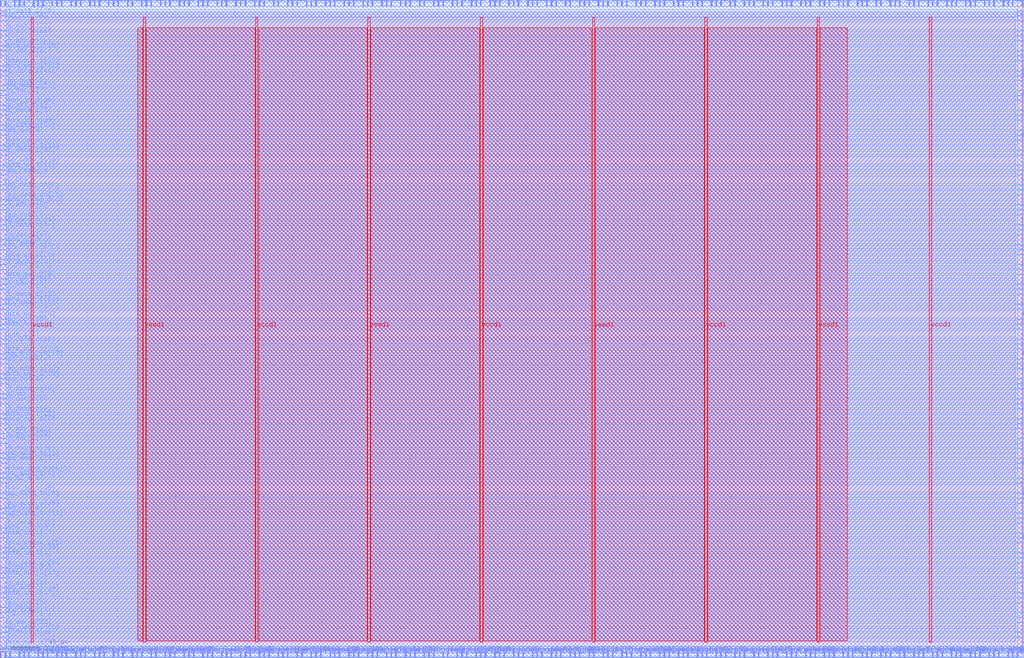
<source format=lef>
VERSION 5.7 ;
  NOWIREEXTENSIONATPIN ON ;
  DIVIDERCHAR "/" ;
  BUSBITCHARS "[]" ;
MACRO l1dcache
  CLASS BLOCK ;
  FOREIGN l1dcache ;
  ORIGIN 0.000 0.000 ;
  SIZE 700.000 BY 450.000 ;
  PIN clk
    DIRECTION INPUT ;
    USE SIGNAL ;
    PORT
      LAYER met2 ;
        RECT 631.210 0.000 631.490 4.000 ;
    END
  END clk
  PIN data_chip_en_1
    DIRECTION OUTPUT TRISTATE ;
    USE SIGNAL ;
    PORT
      LAYER met2 ;
        RECT 357.510 0.000 357.790 4.000 ;
    END
  END data_chip_en_1
  PIN data_chip_en_2
    DIRECTION OUTPUT TRISTATE ;
    USE SIGNAL ;
    PORT
      LAYER met3 ;
        RECT 0.000 3.440 4.000 4.040 ;
    END
  END data_chip_en_2
  PIN data_in_1[0]
    DIRECTION OUTPUT TRISTATE ;
    USE SIGNAL ;
    PORT
      LAYER met2 ;
        RECT 241.590 0.000 241.870 4.000 ;
    END
  END data_in_1[0]
  PIN data_in_1[10]
    DIRECTION OUTPUT TRISTATE ;
    USE SIGNAL ;
    PORT
      LAYER met2 ;
        RECT 351.070 446.000 351.350 450.000 ;
    END
  END data_in_1[10]
  PIN data_in_1[11]
    DIRECTION OUTPUT TRISTATE ;
    USE SIGNAL ;
    PORT
      LAYER met2 ;
        RECT 202.950 446.000 203.230 450.000 ;
    END
  END data_in_1[11]
  PIN data_in_1[12]
    DIRECTION OUTPUT TRISTATE ;
    USE SIGNAL ;
    PORT
      LAYER met3 ;
        RECT 696.000 217.640 700.000 218.240 ;
    END
  END data_in_1[12]
  PIN data_in_1[13]
    DIRECTION OUTPUT TRISTATE ;
    USE SIGNAL ;
    PORT
      LAYER met2 ;
        RECT 347.850 446.000 348.130 450.000 ;
    END
  END data_in_1[13]
  PIN data_in_1[14]
    DIRECTION OUTPUT TRISTATE ;
    USE SIGNAL ;
    PORT
      LAYER met3 ;
        RECT 696.000 309.440 700.000 310.040 ;
    END
  END data_in_1[14]
  PIN data_in_1[15]
    DIRECTION OUTPUT TRISTATE ;
    USE SIGNAL ;
    PORT
      LAYER met2 ;
        RECT 354.290 0.000 354.570 4.000 ;
    END
  END data_in_1[15]
  PIN data_in_1[16]
    DIRECTION OUTPUT TRISTATE ;
    USE SIGNAL ;
    PORT
      LAYER met2 ;
        RECT 41.950 446.000 42.230 450.000 ;
    END
  END data_in_1[16]
  PIN data_in_1[17]
    DIRECTION OUTPUT TRISTATE ;
    USE SIGNAL ;
    PORT
      LAYER met2 ;
        RECT 553.930 0.000 554.210 4.000 ;
    END
  END data_in_1[17]
  PIN data_in_1[18]
    DIRECTION OUTPUT TRISTATE ;
    USE SIGNAL ;
    PORT
      LAYER met3 ;
        RECT 696.000 435.240 700.000 435.840 ;
    END
  END data_in_1[18]
  PIN data_in_1[19]
    DIRECTION OUTPUT TRISTATE ;
    USE SIGNAL ;
    PORT
      LAYER met3 ;
        RECT 696.000 176.840 700.000 177.440 ;
    END
  END data_in_1[19]
  PIN data_in_1[1]
    DIRECTION OUTPUT TRISTATE ;
    USE SIGNAL ;
    PORT
      LAYER met3 ;
        RECT 0.000 68.040 4.000 68.640 ;
    END
  END data_in_1[1]
  PIN data_in_1[20]
    DIRECTION OUTPUT TRISTATE ;
    USE SIGNAL ;
    PORT
      LAYER met2 ;
        RECT 16.190 0.000 16.470 4.000 ;
    END
  END data_in_1[20]
  PIN data_in_1[21]
    DIRECTION OUTPUT TRISTATE ;
    USE SIGNAL ;
    PORT
      LAYER met3 ;
        RECT 0.000 333.240 4.000 333.840 ;
    END
  END data_in_1[21]
  PIN data_in_1[22]
    DIRECTION OUTPUT TRISTATE ;
    USE SIGNAL ;
    PORT
      LAYER met3 ;
        RECT 0.000 163.240 4.000 163.840 ;
    END
  END data_in_1[22]
  PIN data_in_1[23]
    DIRECTION OUTPUT TRISTATE ;
    USE SIGNAL ;
    PORT
      LAYER met3 ;
        RECT 696.000 261.840 700.000 262.440 ;
    END
  END data_in_1[23]
  PIN data_in_1[24]
    DIRECTION OUTPUT TRISTATE ;
    USE SIGNAL ;
    PORT
      LAYER met2 ;
        RECT 83.810 0.000 84.090 4.000 ;
    END
  END data_in_1[24]
  PIN data_in_1[25]
    DIRECTION OUTPUT TRISTATE ;
    USE SIGNAL ;
    PORT
      LAYER met3 ;
        RECT 0.000 112.240 4.000 112.840 ;
    END
  END data_in_1[25]
  PIN data_in_1[26]
    DIRECTION OUTPUT TRISTATE ;
    USE SIGNAL ;
    PORT
      LAYER met2 ;
        RECT 418.690 0.000 418.970 4.000 ;
    END
  END data_in_1[26]
  PIN data_in_1[27]
    DIRECTION OUTPUT TRISTATE ;
    USE SIGNAL ;
    PORT
      LAYER met3 ;
        RECT 0.000 81.640 4.000 82.240 ;
    END
  END data_in_1[27]
  PIN data_in_1[28]
    DIRECTION OUTPUT TRISTATE ;
    USE SIGNAL ;
    PORT
      LAYER met3 ;
        RECT 0.000 363.840 4.000 364.440 ;
    END
  END data_in_1[28]
  PIN data_in_1[29]
    DIRECTION OUTPUT TRISTATE ;
    USE SIGNAL ;
    PORT
      LAYER met2 ;
        RECT 450.890 446.000 451.170 450.000 ;
    END
  END data_in_1[29]
  PIN data_in_1[2]
    DIRECTION OUTPUT TRISTATE ;
    USE SIGNAL ;
    PORT
      LAYER met2 ;
        RECT 58.050 0.000 58.330 4.000 ;
    END
  END data_in_1[2]
  PIN data_in_1[30]
    DIRECTION OUTPUT TRISTATE ;
    USE SIGNAL ;
    PORT
      LAYER met2 ;
        RECT 676.290 446.000 676.570 450.000 ;
    END
  END data_in_1[30]
  PIN data_in_1[31]
    DIRECTION OUTPUT TRISTATE ;
    USE SIGNAL ;
    PORT
      LAYER met2 ;
        RECT 528.170 446.000 528.450 450.000 ;
    END
  END data_in_1[31]
  PIN data_in_1[3]
    DIRECTION OUTPUT TRISTATE ;
    USE SIGNAL ;
    PORT
      LAYER met3 ;
        RECT 696.000 57.840 700.000 58.440 ;
    END
  END data_in_1[3]
  PIN data_in_1[4]
    DIRECTION OUTPUT TRISTATE ;
    USE SIGNAL ;
    PORT
      LAYER met2 ;
        RECT 38.730 0.000 39.010 4.000 ;
    END
  END data_in_1[4]
  PIN data_in_1[5]
    DIRECTION OUTPUT TRISTATE ;
    USE SIGNAL ;
    PORT
      LAYER met2 ;
        RECT 547.490 446.000 547.770 450.000 ;
    END
  END data_in_1[5]
  PIN data_in_1[6]
    DIRECTION OUTPUT TRISTATE ;
    USE SIGNAL ;
    PORT
      LAYER met2 ;
        RECT 389.710 446.000 389.990 450.000 ;
    END
  END data_in_1[6]
  PIN data_in_1[7]
    DIRECTION OUTPUT TRISTATE ;
    USE SIGNAL ;
    PORT
      LAYER met3 ;
        RECT 696.000 159.840 700.000 160.440 ;
    END
  END data_in_1[7]
  PIN data_in_1[8]
    DIRECTION OUTPUT TRISTATE ;
    USE SIGNAL ;
    PORT
      LAYER met2 ;
        RECT 54.830 446.000 55.110 450.000 ;
    END
  END data_in_1[8]
  PIN data_in_1[9]
    DIRECTION OUTPUT TRISTATE ;
    USE SIGNAL ;
    PORT
      LAYER met2 ;
        RECT 51.610 0.000 51.890 4.000 ;
    END
  END data_in_1[9]
  PIN data_in_2[0]
    DIRECTION OUTPUT TRISTATE ;
    USE SIGNAL ;
    PORT
      LAYER met2 ;
        RECT 541.050 446.000 541.330 450.000 ;
    END
  END data_in_2[0]
  PIN data_in_2[10]
    DIRECTION OUTPUT TRISTATE ;
    USE SIGNAL ;
    PORT
      LAYER met3 ;
        RECT 696.000 95.240 700.000 95.840 ;
    END
  END data_in_2[10]
  PIN data_in_2[11]
    DIRECTION OUTPUT TRISTATE ;
    USE SIGNAL ;
    PORT
      LAYER met2 ;
        RECT 473.430 446.000 473.710 450.000 ;
    END
  END data_in_2[11]
  PIN data_in_2[12]
    DIRECTION OUTPUT TRISTATE ;
    USE SIGNAL ;
    PORT
      LAYER met2 ;
        RECT 96.690 446.000 96.970 450.000 ;
    END
  END data_in_2[12]
  PIN data_in_2[13]
    DIRECTION OUTPUT TRISTATE ;
    USE SIGNAL ;
    PORT
      LAYER met2 ;
        RECT 305.990 0.000 306.270 4.000 ;
    END
  END data_in_2[13]
  PIN data_in_2[14]
    DIRECTION OUTPUT TRISTATE ;
    USE SIGNAL ;
    PORT
      LAYER met3 ;
        RECT 696.000 183.640 700.000 184.240 ;
    END
  END data_in_2[14]
  PIN data_in_2[15]
    DIRECTION OUTPUT TRISTATE ;
    USE SIGNAL ;
    PORT
      LAYER met3 ;
        RECT 0.000 350.240 4.000 350.840 ;
    END
  END data_in_2[15]
  PIN data_in_2[16]
    DIRECTION OUTPUT TRISTATE ;
    USE SIGNAL ;
    PORT
      LAYER met2 ;
        RECT 463.770 446.000 464.050 450.000 ;
    END
  END data_in_2[16]
  PIN data_in_2[17]
    DIRECTION OUTPUT TRISTATE ;
    USE SIGNAL ;
    PORT
      LAYER met3 ;
        RECT 0.000 40.840 4.000 41.440 ;
    END
  END data_in_2[17]
  PIN data_in_2[18]
    DIRECTION OUTPUT TRISTATE ;
    USE SIGNAL ;
    PORT
      LAYER met2 ;
        RECT 251.250 0.000 251.530 4.000 ;
    END
  END data_in_2[18]
  PIN data_in_2[19]
    DIRECTION OUTPUT TRISTATE ;
    USE SIGNAL ;
    PORT
      LAYER met2 ;
        RECT 151.430 0.000 151.710 4.000 ;
    END
  END data_in_2[19]
  PIN data_in_2[1]
    DIRECTION OUTPUT TRISTATE ;
    USE SIGNAL ;
    PORT
      LAYER met2 ;
        RECT 225.490 446.000 225.770 450.000 ;
    END
  END data_in_2[1]
  PIN data_in_2[20]
    DIRECTION OUTPUT TRISTATE ;
    USE SIGNAL ;
    PORT
      LAYER met2 ;
        RECT 466.990 446.000 467.270 450.000 ;
    END
  END data_in_2[20]
  PIN data_in_2[21]
    DIRECTION OUTPUT TRISTATE ;
    USE SIGNAL ;
    PORT
      LAYER met2 ;
        RECT 48.390 446.000 48.670 450.000 ;
    END
  END data_in_2[21]
  PIN data_in_2[22]
    DIRECTION OUTPUT TRISTATE ;
    USE SIGNAL ;
    PORT
      LAYER met2 ;
        RECT 67.710 446.000 67.990 450.000 ;
    END
  END data_in_2[22]
  PIN data_in_2[23]
    DIRECTION OUTPUT TRISTATE ;
    USE SIGNAL ;
    PORT
      LAYER met2 ;
        RECT 12.970 446.000 13.250 450.000 ;
    END
  END data_in_2[23]
  PIN data_in_2[24]
    DIRECTION OUTPUT TRISTATE ;
    USE SIGNAL ;
    PORT
      LAYER met3 ;
        RECT 0.000 377.440 4.000 378.040 ;
    END
  END data_in_2[24]
  PIN data_in_2[25]
    DIRECTION OUTPUT TRISTATE ;
    USE SIGNAL ;
    PORT
      LAYER met3 ;
        RECT 0.000 85.040 4.000 85.640 ;
    END
  END data_in_2[25]
  PIN data_in_2[26]
    DIRECTION OUTPUT TRISTATE ;
    USE SIGNAL ;
    PORT
      LAYER met2 ;
        RECT 196.510 0.000 196.790 4.000 ;
    END
  END data_in_2[26]
  PIN data_in_2[27]
    DIRECTION OUTPUT TRISTATE ;
    USE SIGNAL ;
    PORT
      LAYER met2 ;
        RECT 647.310 446.000 647.590 450.000 ;
    END
  END data_in_2[27]
  PIN data_in_2[28]
    DIRECTION OUTPUT TRISTATE ;
    USE SIGNAL ;
    PORT
      LAYER met2 ;
        RECT 415.470 0.000 415.750 4.000 ;
    END
  END data_in_2[28]
  PIN data_in_2[29]
    DIRECTION OUTPUT TRISTATE ;
    USE SIGNAL ;
    PORT
      LAYER met3 ;
        RECT 696.000 44.240 700.000 44.840 ;
    END
  END data_in_2[29]
  PIN data_in_2[2]
    DIRECTION OUTPUT TRISTATE ;
    USE SIGNAL ;
    PORT
      LAYER met2 ;
        RECT 618.330 0.000 618.610 4.000 ;
    END
  END data_in_2[2]
  PIN data_in_2[30]
    DIRECTION OUTPUT TRISTATE ;
    USE SIGNAL ;
    PORT
      LAYER met3 ;
        RECT 0.000 272.040 4.000 272.640 ;
    END
  END data_in_2[30]
  PIN data_in_2[31]
    DIRECTION OUTPUT TRISTATE ;
    USE SIGNAL ;
    PORT
      LAYER met2 ;
        RECT 653.750 446.000 654.030 450.000 ;
    END
  END data_in_2[31]
  PIN data_in_2[3]
    DIRECTION OUTPUT TRISTATE ;
    USE SIGNAL ;
    PORT
      LAYER met2 ;
        RECT 186.850 446.000 187.130 450.000 ;
    END
  END data_in_2[3]
  PIN data_in_2[4]
    DIRECTION OUTPUT TRISTATE ;
    USE SIGNAL ;
    PORT
      LAYER met2 ;
        RECT 425.130 0.000 425.410 4.000 ;
    END
  END data_in_2[4]
  PIN data_in_2[5]
    DIRECTION OUTPUT TRISTATE ;
    USE SIGNAL ;
    PORT
      LAYER met2 ;
        RECT 608.670 446.000 608.950 450.000 ;
    END
  END data_in_2[5]
  PIN data_in_2[6]
    DIRECTION OUTPUT TRISTATE ;
    USE SIGNAL ;
    PORT
      LAYER met3 ;
        RECT 0.000 282.240 4.000 282.840 ;
    END
  END data_in_2[6]
  PIN data_in_2[7]
    DIRECTION OUTPUT TRISTATE ;
    USE SIGNAL ;
    PORT
      LAYER met3 ;
        RECT 696.000 438.640 700.000 439.240 ;
    END
  END data_in_2[7]
  PIN data_in_2[8]
    DIRECTION OUTPUT TRISTATE ;
    USE SIGNAL ;
    PORT
      LAYER met2 ;
        RECT 138.550 0.000 138.830 4.000 ;
    END
  END data_in_2[8]
  PIN data_in_2[9]
    DIRECTION OUTPUT TRISTATE ;
    USE SIGNAL ;
    PORT
      LAYER met2 ;
        RECT 644.090 0.000 644.370 4.000 ;
    END
  END data_in_2[9]
  PIN data_index_1[0]
    DIRECTION OUTPUT TRISTATE ;
    USE SIGNAL ;
    PORT
      LAYER met3 ;
        RECT 696.000 289.040 700.000 289.640 ;
    END
  END data_index_1[0]
  PIN data_index_1[1]
    DIRECTION OUTPUT TRISTATE ;
    USE SIGNAL ;
    PORT
      LAYER met2 ;
        RECT 289.890 0.000 290.170 4.000 ;
    END
  END data_index_1[1]
  PIN data_index_1[2]
    DIRECTION OUTPUT TRISTATE ;
    USE SIGNAL ;
    PORT
      LAYER met2 ;
        RECT 177.190 0.000 177.470 4.000 ;
    END
  END data_index_1[2]
  PIN data_index_1[3]
    DIRECTION OUTPUT TRISTATE ;
    USE SIGNAL ;
    PORT
      LAYER met3 ;
        RECT 696.000 136.040 700.000 136.640 ;
    END
  END data_index_1[3]
  PIN data_index_1[4]
    DIRECTION OUTPUT TRISTATE ;
    USE SIGNAL ;
    PORT
      LAYER met2 ;
        RECT 309.210 446.000 309.490 450.000 ;
    END
  END data_index_1[4]
  PIN data_index_1[5]
    DIRECTION OUTPUT TRISTATE ;
    USE SIGNAL ;
    PORT
      LAYER met2 ;
        RECT 80.590 0.000 80.870 4.000 ;
    END
  END data_index_1[5]
  PIN data_index_1[6]
    DIRECTION OUTPUT TRISTATE ;
    USE SIGNAL ;
    PORT
      LAYER met2 ;
        RECT 202.950 0.000 203.230 4.000 ;
    END
  END data_index_1[6]
  PIN data_index_1[7]
    DIRECTION OUTPUT TRISTATE ;
    USE SIGNAL ;
    PORT
      LAYER met2 ;
        RECT 241.590 446.000 241.870 450.000 ;
    END
  END data_index_1[7]
  PIN data_index_2[0]
    DIRECTION OUTPUT TRISTATE ;
    USE SIGNAL ;
    PORT
      LAYER met2 ;
        RECT 164.310 0.000 164.590 4.000 ;
    END
  END data_index_2[0]
  PIN data_index_2[1]
    DIRECTION OUTPUT TRISTATE ;
    USE SIGNAL ;
    PORT
      LAYER met2 ;
        RECT 550.710 446.000 550.990 450.000 ;
    END
  END data_index_2[1]
  PIN data_index_2[2]
    DIRECTION OUTPUT TRISTATE ;
    USE SIGNAL ;
    PORT
      LAYER met3 ;
        RECT 696.000 408.040 700.000 408.640 ;
    END
  END data_index_2[2]
  PIN data_index_2[3]
    DIRECTION OUTPUT TRISTATE ;
    USE SIGNAL ;
    PORT
      LAYER met3 ;
        RECT 696.000 374.040 700.000 374.640 ;
    END
  END data_index_2[3]
  PIN data_index_2[4]
    DIRECTION OUTPUT TRISTATE ;
    USE SIGNAL ;
    PORT
      LAYER met2 ;
        RECT 103.130 0.000 103.410 4.000 ;
    END
  END data_index_2[4]
  PIN data_index_2[5]
    DIRECTION OUTPUT TRISTATE ;
    USE SIGNAL ;
    PORT
      LAYER met3 ;
        RECT 0.000 74.840 4.000 75.440 ;
    END
  END data_index_2[5]
  PIN data_index_2[6]
    DIRECTION OUTPUT TRISTATE ;
    USE SIGNAL ;
    PORT
      LAYER met3 ;
        RECT 0.000 309.440 4.000 310.040 ;
    END
  END data_index_2[6]
  PIN data_index_2[7]
    DIRECTION OUTPUT TRISTATE ;
    USE SIGNAL ;
    PORT
      LAYER met2 ;
        RECT 457.330 0.000 457.610 4.000 ;
    END
  END data_index_2[7]
  PIN data_out_1[0]
    DIRECTION INPUT ;
    USE SIGNAL ;
    PORT
      LAYER met3 ;
        RECT 696.000 295.840 700.000 296.440 ;
    END
  END data_out_1[0]
  PIN data_out_1[10]
    DIRECTION INPUT ;
    USE SIGNAL ;
    PORT
      LAYER met2 ;
        RECT 431.570 0.000 431.850 4.000 ;
    END
  END data_out_1[10]
  PIN data_out_1[11]
    DIRECTION INPUT ;
    USE SIGNAL ;
    PORT
      LAYER met3 ;
        RECT 696.000 163.240 700.000 163.840 ;
    END
  END data_out_1[11]
  PIN data_out_1[12]
    DIRECTION INPUT ;
    USE SIGNAL ;
    PORT
      LAYER met2 ;
        RECT 499.190 446.000 499.470 450.000 ;
    END
  END data_out_1[12]
  PIN data_out_1[13]
    DIRECTION INPUT ;
    USE SIGNAL ;
    PORT
      LAYER met3 ;
        RECT 696.000 370.640 700.000 371.240 ;
    END
  END data_out_1[13]
  PIN data_out_1[14]
    DIRECTION INPUT ;
    USE SIGNAL ;
    PORT
      LAYER met3 ;
        RECT 696.000 122.440 700.000 123.040 ;
    END
  END data_out_1[14]
  PIN data_out_1[15]
    DIRECTION INPUT ;
    USE SIGNAL ;
    PORT
      LAYER met2 ;
        RECT 190.070 0.000 190.350 4.000 ;
    END
  END data_out_1[15]
  PIN data_out_1[16]
    DIRECTION INPUT ;
    USE SIGNAL ;
    PORT
      LAYER met3 ;
        RECT 696.000 170.040 700.000 170.640 ;
    END
  END data_out_1[16]
  PIN data_out_1[17]
    DIRECTION INPUT ;
    USE SIGNAL ;
    PORT
      LAYER met3 ;
        RECT 0.000 401.240 4.000 401.840 ;
    END
  END data_out_1[17]
  PIN data_out_1[18]
    DIRECTION INPUT ;
    USE SIGNAL ;
    PORT
      LAYER met3 ;
        RECT 696.000 23.840 700.000 24.440 ;
    END
  END data_out_1[18]
  PIN data_out_1[19]
    DIRECTION INPUT ;
    USE SIGNAL ;
    PORT
      LAYER met3 ;
        RECT 0.000 414.840 4.000 415.440 ;
    END
  END data_out_1[19]
  PIN data_out_1[1]
    DIRECTION INPUT ;
    USE SIGNAL ;
    PORT
      LAYER met3 ;
        RECT 0.000 268.640 4.000 269.240 ;
    END
  END data_out_1[1]
  PIN data_out_1[20]
    DIRECTION INPUT ;
    USE SIGNAL ;
    PORT
      LAYER met2 ;
        RECT 524.950 446.000 525.230 450.000 ;
    END
  END data_out_1[20]
  PIN data_out_1[21]
    DIRECTION INPUT ;
    USE SIGNAL ;
    PORT
      LAYER met2 ;
        RECT 161.090 446.000 161.370 450.000 ;
    END
  END data_out_1[21]
  PIN data_out_1[22]
    DIRECTION INPUT ;
    USE SIGNAL ;
    PORT
      LAYER met2 ;
        RECT 215.830 446.000 216.110 450.000 ;
    END
  END data_out_1[22]
  PIN data_out_1[23]
    DIRECTION INPUT ;
    USE SIGNAL ;
    PORT
      LAYER met3 ;
        RECT 0.000 404.640 4.000 405.240 ;
    END
  END data_out_1[23]
  PIN data_out_1[24]
    DIRECTION INPUT ;
    USE SIGNAL ;
    PORT
      LAYER met3 ;
        RECT 696.000 190.440 700.000 191.040 ;
    END
  END data_out_1[24]
  PIN data_out_1[25]
    DIRECTION INPUT ;
    USE SIGNAL ;
    PORT
      LAYER met2 ;
        RECT 238.370 0.000 238.650 4.000 ;
    END
  END data_out_1[25]
  PIN data_out_1[26]
    DIRECTION INPUT ;
    USE SIGNAL ;
    PORT
      LAYER met3 ;
        RECT 0.000 207.440 4.000 208.040 ;
    END
  END data_out_1[26]
  PIN data_out_1[27]
    DIRECTION INPUT ;
    USE SIGNAL ;
    PORT
      LAYER met2 ;
        RECT 409.030 446.000 409.310 450.000 ;
    END
  END data_out_1[27]
  PIN data_out_1[28]
    DIRECTION INPUT ;
    USE SIGNAL ;
    PORT
      LAYER met3 ;
        RECT 696.000 37.440 700.000 38.040 ;
    END
  END data_out_1[28]
  PIN data_out_1[29]
    DIRECTION INPUT ;
    USE SIGNAL ;
    PORT
      LAYER met2 ;
        RECT 663.410 446.000 663.690 450.000 ;
    END
  END data_out_1[29]
  PIN data_out_1[2]
    DIRECTION INPUT ;
    USE SIGNAL ;
    PORT
      LAYER met3 ;
        RECT 0.000 224.440 4.000 225.040 ;
    END
  END data_out_1[2]
  PIN data_out_1[30]
    DIRECTION INPUT ;
    USE SIGNAL ;
    PORT
      LAYER met3 ;
        RECT 696.000 329.840 700.000 330.440 ;
    END
  END data_out_1[30]
  PIN data_out_1[31]
    DIRECTION INPUT ;
    USE SIGNAL ;
    PORT
      LAYER met2 ;
        RECT 438.010 0.000 438.290 4.000 ;
    END
  END data_out_1[31]
  PIN data_out_1[3]
    DIRECTION INPUT ;
    USE SIGNAL ;
    PORT
      LAYER met3 ;
        RECT 696.000 282.240 700.000 282.840 ;
    END
  END data_out_1[3]
  PIN data_out_1[4]
    DIRECTION INPUT ;
    USE SIGNAL ;
    PORT
      LAYER met2 ;
        RECT 354.290 446.000 354.570 450.000 ;
    END
  END data_out_1[4]
  PIN data_out_1[5]
    DIRECTION INPUT ;
    USE SIGNAL ;
    PORT
      LAYER met3 ;
        RECT 0.000 6.840 4.000 7.440 ;
    END
  END data_out_1[5]
  PIN data_out_1[6]
    DIRECTION INPUT ;
    USE SIGNAL ;
    PORT
      LAYER met2 ;
        RECT 280.230 0.000 280.510 4.000 ;
    END
  END data_out_1[6]
  PIN data_out_1[7]
    DIRECTION INPUT ;
    USE SIGNAL ;
    PORT
      LAYER met3 ;
        RECT 0.000 159.840 4.000 160.440 ;
    END
  END data_out_1[7]
  PIN data_out_1[8]
    DIRECTION INPUT ;
    USE SIGNAL ;
    PORT
      LAYER met2 ;
        RECT 624.770 0.000 625.050 4.000 ;
    END
  END data_out_1[8]
  PIN data_out_1[9]
    DIRECTION INPUT ;
    USE SIGNAL ;
    PORT
      LAYER met2 ;
        RECT 444.450 0.000 444.730 4.000 ;
    END
  END data_out_1[9]
  PIN data_out_2[0]
    DIRECTION INPUT ;
    USE SIGNAL ;
    PORT
      LAYER met3 ;
        RECT 0.000 231.240 4.000 231.840 ;
    END
  END data_out_2[0]
  PIN data_out_2[10]
    DIRECTION INPUT ;
    USE SIGNAL ;
    PORT
      LAYER met2 ;
        RECT 341.410 446.000 341.690 450.000 ;
    END
  END data_out_2[10]
  PIN data_out_2[11]
    DIRECTION INPUT ;
    USE SIGNAL ;
    PORT
      LAYER met3 ;
        RECT 696.000 387.640 700.000 388.240 ;
    END
  END data_out_2[11]
  PIN data_out_2[12]
    DIRECTION INPUT ;
    USE SIGNAL ;
    PORT
      LAYER met2 ;
        RECT 441.230 446.000 441.510 450.000 ;
    END
  END data_out_2[12]
  PIN data_out_2[13]
    DIRECTION INPUT ;
    USE SIGNAL ;
    PORT
      LAYER met3 ;
        RECT 0.000 346.840 4.000 347.440 ;
    END
  END data_out_2[13]
  PIN data_out_2[14]
    DIRECTION INPUT ;
    USE SIGNAL ;
    PORT
      LAYER met2 ;
        RECT 248.030 446.000 248.310 450.000 ;
    END
  END data_out_2[14]
  PIN data_out_2[15]
    DIRECTION INPUT ;
    USE SIGNAL ;
    PORT
      LAYER met2 ;
        RECT 550.710 0.000 550.990 4.000 ;
    END
  END data_out_2[15]
  PIN data_out_2[16]
    DIRECTION INPUT ;
    USE SIGNAL ;
    PORT
      LAYER met2 ;
        RECT 489.530 446.000 489.810 450.000 ;
    END
  END data_out_2[16]
  PIN data_out_2[17]
    DIRECTION INPUT ;
    USE SIGNAL ;
    PORT
      LAYER met3 ;
        RECT 0.000 54.440 4.000 55.040 ;
    END
  END data_out_2[17]
  PIN data_out_2[18]
    DIRECTION INPUT ;
    USE SIGNAL ;
    PORT
      LAYER met2 ;
        RECT 173.970 446.000 174.250 450.000 ;
    END
  END data_out_2[18]
  PIN data_out_2[19]
    DIRECTION INPUT ;
    USE SIGNAL ;
    PORT
      LAYER met3 ;
        RECT 0.000 190.440 4.000 191.040 ;
    END
  END data_out_2[19]
  PIN data_out_2[1]
    DIRECTION INPUT ;
    USE SIGNAL ;
    PORT
      LAYER met2 ;
        RECT 489.530 0.000 489.810 4.000 ;
    END
  END data_out_2[1]
  PIN data_out_2[20]
    DIRECTION INPUT ;
    USE SIGNAL ;
    PORT
      LAYER met3 ;
        RECT 696.000 91.840 700.000 92.440 ;
    END
  END data_out_2[20]
  PIN data_out_2[21]
    DIRECTION INPUT ;
    USE SIGNAL ;
    PORT
      LAYER met3 ;
        RECT 0.000 241.440 4.000 242.040 ;
    END
  END data_out_2[21]
  PIN data_out_2[22]
    DIRECTION INPUT ;
    USE SIGNAL ;
    PORT
      LAYER met2 ;
        RECT 611.890 446.000 612.170 450.000 ;
    END
  END data_out_2[22]
  PIN data_out_2[23]
    DIRECTION INPUT ;
    USE SIGNAL ;
    PORT
      LAYER met2 ;
        RECT 576.470 446.000 576.750 450.000 ;
    END
  END data_out_2[23]
  PIN data_out_2[24]
    DIRECTION INPUT ;
    USE SIGNAL ;
    PORT
      LAYER met2 ;
        RECT 421.910 446.000 422.190 450.000 ;
    END
  END data_out_2[24]
  PIN data_out_2[25]
    DIRECTION INPUT ;
    USE SIGNAL ;
    PORT
      LAYER met2 ;
        RECT 193.290 0.000 193.570 4.000 ;
    END
  END data_out_2[25]
  PIN data_out_2[26]
    DIRECTION INPUT ;
    USE SIGNAL ;
    PORT
      LAYER met2 ;
        RECT 106.350 0.000 106.630 4.000 ;
    END
  END data_out_2[26]
  PIN data_out_2[27]
    DIRECTION INPUT ;
    USE SIGNAL ;
    PORT
      LAYER met2 ;
        RECT 25.850 446.000 26.130 450.000 ;
    END
  END data_out_2[27]
  PIN data_out_2[28]
    DIRECTION INPUT ;
    USE SIGNAL ;
    PORT
      LAYER met2 ;
        RECT 518.510 0.000 518.790 4.000 ;
    END
  END data_out_2[28]
  PIN data_out_2[29]
    DIRECTION INPUT ;
    USE SIGNAL ;
    PORT
      LAYER met2 ;
        RECT 531.390 0.000 531.670 4.000 ;
    END
  END data_out_2[29]
  PIN data_out_2[2]
    DIRECTION INPUT ;
    USE SIGNAL ;
    PORT
      LAYER met2 ;
        RECT 154.650 446.000 154.930 450.000 ;
    END
  END data_out_2[2]
  PIN data_out_2[30]
    DIRECTION INPUT ;
    USE SIGNAL ;
    PORT
      LAYER met3 ;
        RECT 696.000 156.440 700.000 157.040 ;
    END
  END data_out_2[30]
  PIN data_out_2[31]
    DIRECTION INPUT ;
    USE SIGNAL ;
    PORT
      LAYER met2 ;
        RECT 29.070 446.000 29.350 450.000 ;
    END
  END data_out_2[31]
  PIN data_out_2[3]
    DIRECTION INPUT ;
    USE SIGNAL ;
    PORT
      LAYER met2 ;
        RECT 112.790 446.000 113.070 450.000 ;
    END
  END data_out_2[3]
  PIN data_out_2[4]
    DIRECTION INPUT ;
    USE SIGNAL ;
    PORT
      LAYER met2 ;
        RECT 608.670 0.000 608.950 4.000 ;
    END
  END data_out_2[4]
  PIN data_out_2[5]
    DIRECTION INPUT ;
    USE SIGNAL ;
    PORT
      LAYER met2 ;
        RECT 454.110 446.000 454.390 450.000 ;
    END
  END data_out_2[5]
  PIN data_out_2[6]
    DIRECTION INPUT ;
    USE SIGNAL ;
    PORT
      LAYER met2 ;
        RECT 157.870 0.000 158.150 4.000 ;
    END
  END data_out_2[6]
  PIN data_out_2[7]
    DIRECTION INPUT ;
    USE SIGNAL ;
    PORT
      LAYER met2 ;
        RECT 325.310 446.000 325.590 450.000 ;
    END
  END data_out_2[7]
  PIN data_out_2[8]
    DIRECTION INPUT ;
    USE SIGNAL ;
    PORT
      LAYER met2 ;
        RECT 51.610 446.000 51.890 450.000 ;
    END
  END data_out_2[8]
  PIN data_out_2[9]
    DIRECTION INPUT ;
    USE SIGNAL ;
    PORT
      LAYER met3 ;
        RECT 0.000 258.440 4.000 259.040 ;
    END
  END data_out_2[9]
  PIN data_write_en_1
    DIRECTION OUTPUT TRISTATE ;
    USE SIGNAL ;
    PORT
      LAYER met2 ;
        RECT 676.290 0.000 676.570 4.000 ;
    END
  END data_write_en_1
  PIN data_write_en_2
    DIRECTION OUTPUT TRISTATE ;
    USE SIGNAL ;
    PORT
      LAYER met2 ;
        RECT 524.950 0.000 525.230 4.000 ;
    END
  END data_write_en_2
  PIN ld_data_o[0]
    DIRECTION OUTPUT TRISTATE ;
    USE SIGNAL ;
    PORT
      LAYER met2 ;
        RECT 112.790 0.000 113.070 4.000 ;
    END
  END ld_data_o[0]
  PIN ld_data_o[10]
    DIRECTION OUTPUT TRISTATE ;
    USE SIGNAL ;
    PORT
      LAYER met3 ;
        RECT 696.000 380.840 700.000 381.440 ;
    END
  END ld_data_o[10]
  PIN ld_data_o[11]
    DIRECTION OUTPUT TRISTATE ;
    USE SIGNAL ;
    PORT
      LAYER met3 ;
        RECT 696.000 108.840 700.000 109.440 ;
    END
  END ld_data_o[11]
  PIN ld_data_o[12]
    DIRECTION OUTPUT TRISTATE ;
    USE SIGNAL ;
    PORT
      LAYER met3 ;
        RECT 0.000 214.240 4.000 214.840 ;
    END
  END ld_data_o[12]
  PIN ld_data_o[13]
    DIRECTION OUTPUT TRISTATE ;
    USE SIGNAL ;
    PORT
      LAYER met2 ;
        RECT 141.770 446.000 142.050 450.000 ;
    END
  END ld_data_o[13]
  PIN ld_data_o[14]
    DIRECTION OUTPUT TRISTATE ;
    USE SIGNAL ;
    PORT
      LAYER met2 ;
        RECT 582.910 0.000 583.190 4.000 ;
    END
  END ld_data_o[14]
  PIN ld_data_o[15]
    DIRECTION OUTPUT TRISTATE ;
    USE SIGNAL ;
    PORT
      LAYER met2 ;
        RECT 363.950 0.000 364.230 4.000 ;
    END
  END ld_data_o[15]
  PIN ld_data_o[16]
    DIRECTION OUTPUT TRISTATE ;
    USE SIGNAL ;
    PORT
      LAYER met2 ;
        RECT 627.990 0.000 628.270 4.000 ;
    END
  END ld_data_o[16]
  PIN ld_data_o[17]
    DIRECTION OUTPUT TRISTATE ;
    USE SIGNAL ;
    PORT
      LAYER met2 ;
        RECT 289.890 446.000 290.170 450.000 ;
    END
  END ld_data_o[17]
  PIN ld_data_o[18]
    DIRECTION OUTPUT TRISTATE ;
    USE SIGNAL ;
    PORT
      LAYER met2 ;
        RECT 77.370 446.000 77.650 450.000 ;
    END
  END ld_data_o[18]
  PIN ld_data_o[19]
    DIRECTION OUTPUT TRISTATE ;
    USE SIGNAL ;
    PORT
      LAYER met2 ;
        RECT 74.150 446.000 74.430 450.000 ;
    END
  END ld_data_o[19]
  PIN ld_data_o[1]
    DIRECTION OUTPUT TRISTATE ;
    USE SIGNAL ;
    PORT
      LAYER met3 ;
        RECT 696.000 397.840 700.000 398.440 ;
    END
  END ld_data_o[1]
  PIN ld_data_o[20]
    DIRECTION OUTPUT TRISTATE ;
    USE SIGNAL ;
    PORT
      LAYER met2 ;
        RECT 302.770 446.000 303.050 450.000 ;
    END
  END ld_data_o[20]
  PIN ld_data_o[21]
    DIRECTION OUTPUT TRISTATE ;
    USE SIGNAL ;
    PORT
      LAYER met2 ;
        RECT 296.330 446.000 296.610 450.000 ;
    END
  END ld_data_o[21]
  PIN ld_data_o[22]
    DIRECTION OUTPUT TRISTATE ;
    USE SIGNAL ;
    PORT
      LAYER met2 ;
        RECT 592.570 0.000 592.850 4.000 ;
    END
  END ld_data_o[22]
  PIN ld_data_o[23]
    DIRECTION OUTPUT TRISTATE ;
    USE SIGNAL ;
    PORT
      LAYER met2 ;
        RECT 666.630 0.000 666.910 4.000 ;
    END
  END ld_data_o[23]
  PIN ld_data_o[24]
    DIRECTION OUTPUT TRISTATE ;
    USE SIGNAL ;
    PORT
      LAYER met2 ;
        RECT 264.130 446.000 264.410 450.000 ;
    END
  END ld_data_o[24]
  PIN ld_data_o[25]
    DIRECTION OUTPUT TRISTATE ;
    USE SIGNAL ;
    PORT
      LAYER met2 ;
        RECT 438.010 446.000 438.290 450.000 ;
    END
  END ld_data_o[25]
  PIN ld_data_o[26]
    DIRECTION OUTPUT TRISTATE ;
    USE SIGNAL ;
    PORT
      LAYER met2 ;
        RECT 579.690 446.000 579.970 450.000 ;
    END
  END ld_data_o[26]
  PIN ld_data_o[27]
    DIRECTION OUTPUT TRISTATE ;
    USE SIGNAL ;
    PORT
      LAYER met2 ;
        RECT 502.410 0.000 502.690 4.000 ;
    END
  END ld_data_o[27]
  PIN ld_data_o[28]
    DIRECTION OUTPUT TRISTATE ;
    USE SIGNAL ;
    PORT
      LAYER met3 ;
        RECT 696.000 129.240 700.000 129.840 ;
    END
  END ld_data_o[28]
  PIN ld_data_o[29]
    DIRECTION OUTPUT TRISTATE ;
    USE SIGNAL ;
    PORT
      LAYER met3 ;
        RECT 0.000 295.840 4.000 296.440 ;
    END
  END ld_data_o[29]
  PIN ld_data_o[2]
    DIRECTION OUTPUT TRISTATE ;
    USE SIGNAL ;
    PORT
      LAYER met3 ;
        RECT 696.000 204.040 700.000 204.640 ;
    END
  END ld_data_o[2]
  PIN ld_data_o[30]
    DIRECTION OUTPUT TRISTATE ;
    USE SIGNAL ;
    PORT
      LAYER met2 ;
        RECT 479.870 0.000 480.150 4.000 ;
    END
  END ld_data_o[30]
  PIN ld_data_o[31]
    DIRECTION OUTPUT TRISTATE ;
    USE SIGNAL ;
    PORT
      LAYER met2 ;
        RECT 380.050 446.000 380.330 450.000 ;
    END
  END ld_data_o[31]
  PIN ld_data_o[32]
    DIRECTION OUTPUT TRISTATE ;
    USE SIGNAL ;
    PORT
      LAYER met3 ;
        RECT 696.000 78.240 700.000 78.840 ;
    END
  END ld_data_o[32]
  PIN ld_data_o[33]
    DIRECTION OUTPUT TRISTATE ;
    USE SIGNAL ;
    PORT
      LAYER met2 ;
        RECT 428.350 446.000 428.630 450.000 ;
    END
  END ld_data_o[33]
  PIN ld_data_o[34]
    DIRECTION OUTPUT TRISTATE ;
    USE SIGNAL ;
    PORT
      LAYER met3 ;
        RECT 0.000 139.440 4.000 140.040 ;
    END
  END ld_data_o[34]
  PIN ld_data_o[35]
    DIRECTION OUTPUT TRISTATE ;
    USE SIGNAL ;
    PORT
      LAYER met3 ;
        RECT 696.000 442.040 700.000 442.640 ;
    END
  END ld_data_o[35]
  PIN ld_data_o[36]
    DIRECTION OUTPUT TRISTATE ;
    USE SIGNAL ;
    PORT
      LAYER met2 ;
        RECT 199.730 446.000 200.010 450.000 ;
    END
  END ld_data_o[36]
  PIN ld_data_o[37]
    DIRECTION OUTPUT TRISTATE ;
    USE SIGNAL ;
    PORT
      LAYER met2 ;
        RECT 167.530 0.000 167.810 4.000 ;
    END
  END ld_data_o[37]
  PIN ld_data_o[38]
    DIRECTION OUTPUT TRISTATE ;
    USE SIGNAL ;
    PORT
      LAYER met2 ;
        RECT 528.170 0.000 528.450 4.000 ;
    END
  END ld_data_o[38]
  PIN ld_data_o[39]
    DIRECTION OUTPUT TRISTATE ;
    USE SIGNAL ;
    PORT
      LAYER met3 ;
        RECT 696.000 353.640 700.000 354.240 ;
    END
  END ld_data_o[39]
  PIN ld_data_o[3]
    DIRECTION OUTPUT TRISTATE ;
    USE SIGNAL ;
    PORT
      LAYER met3 ;
        RECT 696.000 448.840 700.000 449.440 ;
    END
  END ld_data_o[3]
  PIN ld_data_o[40]
    DIRECTION OUTPUT TRISTATE ;
    USE SIGNAL ;
    PORT
      LAYER met3 ;
        RECT 0.000 292.440 4.000 293.040 ;
    END
  END ld_data_o[40]
  PIN ld_data_o[41]
    DIRECTION OUTPUT TRISTATE ;
    USE SIGNAL ;
    PORT
      LAYER met2 ;
        RECT 277.010 446.000 277.290 450.000 ;
    END
  END ld_data_o[41]
  PIN ld_data_o[42]
    DIRECTION OUTPUT TRISTATE ;
    USE SIGNAL ;
    PORT
      LAYER met3 ;
        RECT 696.000 394.440 700.000 395.040 ;
    END
  END ld_data_o[42]
  PIN ld_data_o[43]
    DIRECTION OUTPUT TRISTATE ;
    USE SIGNAL ;
    PORT
      LAYER met2 ;
        RECT 412.250 446.000 412.530 450.000 ;
    END
  END ld_data_o[43]
  PIN ld_data_o[44]
    DIRECTION OUTPUT TRISTATE ;
    USE SIGNAL ;
    PORT
      LAYER met3 ;
        RECT 696.000 231.240 700.000 231.840 ;
    END
  END ld_data_o[44]
  PIN ld_data_o[45]
    DIRECTION OUTPUT TRISTATE ;
    USE SIGNAL ;
    PORT
      LAYER met3 ;
        RECT 0.000 180.240 4.000 180.840 ;
    END
  END ld_data_o[45]
  PIN ld_data_o[46]
    DIRECTION OUTPUT TRISTATE ;
    USE SIGNAL ;
    PORT
      LAYER met2 ;
        RECT 164.310 446.000 164.590 450.000 ;
    END
  END ld_data_o[46]
  PIN ld_data_o[47]
    DIRECTION OUTPUT TRISTATE ;
    USE SIGNAL ;
    PORT
      LAYER met2 ;
        RECT 689.170 0.000 689.450 4.000 ;
    END
  END ld_data_o[47]
  PIN ld_data_o[48]
    DIRECTION OUTPUT TRISTATE ;
    USE SIGNAL ;
    PORT
      LAYER met2 ;
        RECT 663.410 0.000 663.690 4.000 ;
    END
  END ld_data_o[48]
  PIN ld_data_o[49]
    DIRECTION OUTPUT TRISTATE ;
    USE SIGNAL ;
    PORT
      LAYER met2 ;
        RECT 70.930 0.000 71.210 4.000 ;
    END
  END ld_data_o[49]
  PIN ld_data_o[4]
    DIRECTION OUTPUT TRISTATE ;
    USE SIGNAL ;
    PORT
      LAYER met2 ;
        RECT 682.730 0.000 683.010 4.000 ;
    END
  END ld_data_o[4]
  PIN ld_data_o[50]
    DIRECTION OUTPUT TRISTATE ;
    USE SIGNAL ;
    PORT
      LAYER met2 ;
        RECT 450.890 0.000 451.170 4.000 ;
    END
  END ld_data_o[50]
  PIN ld_data_o[51]
    DIRECTION OUTPUT TRISTATE ;
    USE SIGNAL ;
    PORT
      LAYER met2 ;
        RECT 386.490 446.000 386.770 450.000 ;
    END
  END ld_data_o[51]
  PIN ld_data_o[52]
    DIRECTION OUTPUT TRISTATE ;
    USE SIGNAL ;
    PORT
      LAYER met2 ;
        RECT 138.550 446.000 138.830 450.000 ;
    END
  END ld_data_o[52]
  PIN ld_data_o[53]
    DIRECTION OUTPUT TRISTATE ;
    USE SIGNAL ;
    PORT
      LAYER met3 ;
        RECT 0.000 360.440 4.000 361.040 ;
    END
  END ld_data_o[53]
  PIN ld_data_o[54]
    DIRECTION OUTPUT TRISTATE ;
    USE SIGNAL ;
    PORT
      LAYER met2 ;
        RECT 541.050 0.000 541.330 4.000 ;
    END
  END ld_data_o[54]
  PIN ld_data_o[55]
    DIRECTION OUTPUT TRISTATE ;
    USE SIGNAL ;
    PORT
      LAYER met2 ;
        RECT 673.070 446.000 673.350 450.000 ;
    END
  END ld_data_o[55]
  PIN ld_data_o[56]
    DIRECTION OUTPUT TRISTATE ;
    USE SIGNAL ;
    PORT
      LAYER met2 ;
        RECT 315.650 0.000 315.930 4.000 ;
    END
  END ld_data_o[56]
  PIN ld_data_o[57]
    DIRECTION OUTPUT TRISTATE ;
    USE SIGNAL ;
    PORT
      LAYER met3 ;
        RECT 696.000 0.040 700.000 0.640 ;
    END
  END ld_data_o[57]
  PIN ld_data_o[58]
    DIRECTION OUTPUT TRISTATE ;
    USE SIGNAL ;
    PORT
      LAYER met2 ;
        RECT 637.650 0.000 637.930 4.000 ;
    END
  END ld_data_o[58]
  PIN ld_data_o[59]
    DIRECTION OUTPUT TRISTATE ;
    USE SIGNAL ;
    PORT
      LAYER met2 ;
        RECT 212.610 0.000 212.890 4.000 ;
    END
  END ld_data_o[59]
  PIN ld_data_o[5]
    DIRECTION OUTPUT TRISTATE ;
    USE SIGNAL ;
    PORT
      LAYER met2 ;
        RECT 99.910 446.000 100.190 450.000 ;
    END
  END ld_data_o[5]
  PIN ld_data_o[60]
    DIRECTION OUTPUT TRISTATE ;
    USE SIGNAL ;
    PORT
      LAYER met2 ;
        RECT 328.530 446.000 328.810 450.000 ;
    END
  END ld_data_o[60]
  PIN ld_data_o[61]
    DIRECTION OUTPUT TRISTATE ;
    USE SIGNAL ;
    PORT
      LAYER met2 ;
        RECT 679.510 0.000 679.790 4.000 ;
    END
  END ld_data_o[61]
  PIN ld_data_o[62]
    DIRECTION OUTPUT TRISTATE ;
    USE SIGNAL ;
    PORT
      LAYER met2 ;
        RECT 67.710 0.000 67.990 4.000 ;
    END
  END ld_data_o[62]
  PIN ld_data_o[63]
    DIRECTION OUTPUT TRISTATE ;
    USE SIGNAL ;
    PORT
      LAYER met2 ;
        RECT 122.450 446.000 122.730 450.000 ;
    END
  END ld_data_o[63]
  PIN ld_data_o[6]
    DIRECTION OUTPUT TRISTATE ;
    USE SIGNAL ;
    PORT
      LAYER met2 ;
        RECT 537.830 0.000 538.110 4.000 ;
    END
  END ld_data_o[6]
  PIN ld_data_o[7]
    DIRECTION OUTPUT TRISTATE ;
    USE SIGNAL ;
    PORT
      LAYER met2 ;
        RECT 219.050 0.000 219.330 4.000 ;
    END
  END ld_data_o[7]
  PIN ld_data_o[8]
    DIRECTION OUTPUT TRISTATE ;
    USE SIGNAL ;
    PORT
      LAYER met2 ;
        RECT 376.830 446.000 377.110 450.000 ;
    END
  END ld_data_o[8]
  PIN ld_data_o[9]
    DIRECTION OUTPUT TRISTATE ;
    USE SIGNAL ;
    PORT
      LAYER met3 ;
        RECT 0.000 166.640 4.000 167.240 ;
    END
  END ld_data_o[9]
  PIN opcode
    DIRECTION INPUT ;
    USE SIGNAL ;
    PORT
      LAYER met2 ;
        RECT 334.970 446.000 335.250 450.000 ;
    END
  END opcode
  PIN req_addr_i[0]
    DIRECTION INPUT ;
    USE SIGNAL ;
    PORT
      LAYER met3 ;
        RECT 0.000 122.440 4.000 123.040 ;
    END
  END req_addr_i[0]
  PIN req_addr_i[10]
    DIRECTION INPUT ;
    USE SIGNAL ;
    PORT
      LAYER met3 ;
        RECT 0.000 278.840 4.000 279.440 ;
    END
  END req_addr_i[10]
  PIN req_addr_i[11]
    DIRECTION INPUT ;
    USE SIGNAL ;
    PORT
      LAYER met2 ;
        RECT 132.110 0.000 132.390 4.000 ;
    END
  END req_addr_i[11]
  PIN req_addr_i[12]
    DIRECTION INPUT ;
    USE SIGNAL ;
    PORT
      LAYER met3 ;
        RECT 0.000 136.040 4.000 136.640 ;
    END
  END req_addr_i[12]
  PIN req_addr_i[13]
    DIRECTION INPUT ;
    USE SIGNAL ;
    PORT
      LAYER met2 ;
        RECT 225.490 0.000 225.770 4.000 ;
    END
  END req_addr_i[13]
  PIN req_addr_i[14]
    DIRECTION INPUT ;
    USE SIGNAL ;
    PORT
      LAYER met3 ;
        RECT 0.000 44.240 4.000 44.840 ;
    END
  END req_addr_i[14]
  PIN req_addr_i[15]
    DIRECTION INPUT ;
    USE SIGNAL ;
    PORT
      LAYER met3 ;
        RECT 696.000 173.440 700.000 174.040 ;
    END
  END req_addr_i[15]
  PIN req_addr_i[16]
    DIRECTION INPUT ;
    USE SIGNAL ;
    PORT
      LAYER met2 ;
        RECT 328.530 0.000 328.810 4.000 ;
    END
  END req_addr_i[16]
  PIN req_addr_i[17]
    DIRECTION INPUT ;
    USE SIGNAL ;
    PORT
      LAYER met3 ;
        RECT 0.000 238.040 4.000 238.640 ;
    END
  END req_addr_i[17]
  PIN req_addr_i[18]
    DIRECTION INPUT ;
    USE SIGNAL ;
    PORT
      LAYER met3 ;
        RECT 0.000 336.640 4.000 337.240 ;
    END
  END req_addr_i[18]
  PIN req_addr_i[19]
    DIRECTION INPUT ;
    USE SIGNAL ;
    PORT
      LAYER met3 ;
        RECT 0.000 102.040 4.000 102.640 ;
    END
  END req_addr_i[19]
  PIN req_addr_i[1]
    DIRECTION INPUT ;
    USE SIGNAL ;
    PORT
      LAYER met2 ;
        RECT 396.150 0.000 396.430 4.000 ;
    END
  END req_addr_i[1]
  PIN req_addr_i[20]
    DIRECTION INPUT ;
    USE SIGNAL ;
    PORT
      LAYER met2 ;
        RECT 312.430 446.000 312.710 450.000 ;
    END
  END req_addr_i[20]
  PIN req_addr_i[21]
    DIRECTION INPUT ;
    USE SIGNAL ;
    PORT
      LAYER met2 ;
        RECT 238.370 446.000 238.650 450.000 ;
    END
  END req_addr_i[21]
  PIN req_addr_i[22]
    DIRECTION INPUT ;
    USE SIGNAL ;
    PORT
      LAYER met2 ;
        RECT 698.830 446.000 699.110 450.000 ;
    END
  END req_addr_i[22]
  PIN req_addr_i[23]
    DIRECTION INPUT ;
    USE SIGNAL ;
    PORT
      LAYER met2 ;
        RECT 363.950 446.000 364.230 450.000 ;
    END
  END req_addr_i[23]
  PIN req_addr_i[24]
    DIRECTION INPUT ;
    USE SIGNAL ;
    PORT
      LAYER met2 ;
        RECT 16.190 446.000 16.470 450.000 ;
    END
  END req_addr_i[24]
  PIN req_addr_i[25]
    DIRECTION INPUT ;
    USE SIGNAL ;
    PORT
      LAYER met3 ;
        RECT 0.000 448.840 4.000 449.440 ;
    END
  END req_addr_i[25]
  PIN req_addr_i[26]
    DIRECTION INPUT ;
    USE SIGNAL ;
    PORT
      LAYER met3 ;
        RECT 0.000 193.840 4.000 194.440 ;
    END
  END req_addr_i[26]
  PIN req_addr_i[27]
    DIRECTION INPUT ;
    USE SIGNAL ;
    PORT
      LAYER met2 ;
        RECT 621.550 446.000 621.830 450.000 ;
    END
  END req_addr_i[27]
  PIN req_addr_i[28]
    DIRECTION INPUT ;
    USE SIGNAL ;
    PORT
      LAYER met2 ;
        RECT 302.770 0.000 303.050 4.000 ;
    END
  END req_addr_i[28]
  PIN req_addr_i[29]
    DIRECTION INPUT ;
    USE SIGNAL ;
    PORT
      LAYER met3 ;
        RECT 0.000 71.440 4.000 72.040 ;
    END
  END req_addr_i[29]
  PIN req_addr_i[2]
    DIRECTION INPUT ;
    USE SIGNAL ;
    PORT
      LAYER met2 ;
        RECT 505.630 0.000 505.910 4.000 ;
    END
  END req_addr_i[2]
  PIN req_addr_i[30]
    DIRECTION INPUT ;
    USE SIGNAL ;
    PORT
      LAYER met3 ;
        RECT 696.000 13.640 700.000 14.240 ;
    END
  END req_addr_i[30]
  PIN req_addr_i[31]
    DIRECTION INPUT ;
    USE SIGNAL ;
    PORT
      LAYER met2 ;
        RECT 257.690 0.000 257.970 4.000 ;
    END
  END req_addr_i[31]
  PIN req_addr_i[3]
    DIRECTION INPUT ;
    USE SIGNAL ;
    PORT
      LAYER met2 ;
        RECT 254.470 0.000 254.750 4.000 ;
    END
  END req_addr_i[3]
  PIN req_addr_i[4]
    DIRECTION INPUT ;
    USE SIGNAL ;
    PORT
      LAYER met2 ;
        RECT 338.190 446.000 338.470 450.000 ;
    END
  END req_addr_i[4]
  PIN req_addr_i[5]
    DIRECTION INPUT ;
    USE SIGNAL ;
    PORT
      LAYER met2 ;
        RECT 264.130 0.000 264.410 4.000 ;
    END
  END req_addr_i[5]
  PIN req_addr_i[6]
    DIRECTION INPUT ;
    USE SIGNAL ;
    PORT
      LAYER met2 ;
        RECT 254.470 446.000 254.750 450.000 ;
    END
  END req_addr_i[6]
  PIN req_addr_i[7]
    DIRECTION INPUT ;
    USE SIGNAL ;
    PORT
      LAYER met3 ;
        RECT 0.000 387.640 4.000 388.240 ;
    END
  END req_addr_i[7]
  PIN req_addr_i[8]
    DIRECTION INPUT ;
    USE SIGNAL ;
    PORT
      LAYER met3 ;
        RECT 0.000 132.640 4.000 133.240 ;
    END
  END req_addr_i[8]
  PIN req_addr_i[9]
    DIRECTION INPUT ;
    USE SIGNAL ;
    PORT
      LAYER met2 ;
        RECT 627.990 446.000 628.270 450.000 ;
    END
  END req_addr_i[9]
  PIN req_ready_o
    DIRECTION OUTPUT TRISTATE ;
    USE SIGNAL ;
    PORT
      LAYER met3 ;
        RECT 0.000 329.840 4.000 330.440 ;
    END
  END req_ready_o
  PIN req_valid_i
    DIRECTION INPUT ;
    USE SIGNAL ;
    PORT
      LAYER met2 ;
        RECT 595.790 0.000 596.070 4.000 ;
    END
  END req_valid_i
  PIN resp_ready_i
    DIRECTION INPUT ;
    USE SIGNAL ;
    PORT
      LAYER met2 ;
        RECT 557.150 0.000 557.430 4.000 ;
    END
  END resp_ready_i
  PIN resp_valid_o
    DIRECTION OUTPUT TRISTATE ;
    USE SIGNAL ;
    PORT
      LAYER met2 ;
        RECT 80.590 446.000 80.870 450.000 ;
    END
  END resp_valid_o
  PIN rob_index_i
    DIRECTION INPUT ;
    USE SIGNAL ;
    PORT
      LAYER met2 ;
        RECT 679.510 446.000 679.790 450.000 ;
    END
  END rob_index_i
  PIN rob_index_o
    DIRECTION OUTPUT TRISTATE ;
    USE SIGNAL ;
    PORT
      LAYER met2 ;
        RECT 260.910 446.000 261.190 450.000 ;
    END
  END rob_index_o
  PIN rstn
    DIRECTION INPUT ;
    USE SIGNAL ;
    PORT
      LAYER met2 ;
        RECT 125.670 446.000 125.950 450.000 ;
    END
  END rstn
  PIN st_data_i[0]
    DIRECTION INPUT ;
    USE SIGNAL ;
    PORT
      LAYER met2 ;
        RECT 650.530 446.000 650.810 450.000 ;
    END
  END st_data_i[0]
  PIN st_data_i[10]
    DIRECTION INPUT ;
    USE SIGNAL ;
    PORT
      LAYER met2 ;
        RECT 560.370 446.000 560.650 450.000 ;
    END
  END st_data_i[10]
  PIN st_data_i[11]
    DIRECTION INPUT ;
    USE SIGNAL ;
    PORT
      LAYER met2 ;
        RECT 293.110 0.000 293.390 4.000 ;
    END
  END st_data_i[11]
  PIN st_data_i[12]
    DIRECTION INPUT ;
    USE SIGNAL ;
    PORT
      LAYER met2 ;
        RECT 640.870 446.000 641.150 450.000 ;
    END
  END st_data_i[12]
  PIN st_data_i[13]
    DIRECTION INPUT ;
    USE SIGNAL ;
    PORT
      LAYER met3 ;
        RECT 0.000 244.840 4.000 245.440 ;
    END
  END st_data_i[13]
  PIN st_data_i[14]
    DIRECTION INPUT ;
    USE SIGNAL ;
    PORT
      LAYER met2 ;
        RECT 244.810 0.000 245.090 4.000 ;
    END
  END st_data_i[14]
  PIN st_data_i[15]
    DIRECTION INPUT ;
    USE SIGNAL ;
    PORT
      LAYER met3 ;
        RECT 0.000 30.640 4.000 31.240 ;
    END
  END st_data_i[15]
  PIN st_data_i[16]
    DIRECTION INPUT ;
    USE SIGNAL ;
    PORT
      LAYER met2 ;
        RECT 103.130 446.000 103.410 450.000 ;
    END
  END st_data_i[16]
  PIN st_data_i[17]
    DIRECTION INPUT ;
    USE SIGNAL ;
    PORT
      LAYER met3 ;
        RECT 0.000 88.440 4.000 89.040 ;
    END
  END st_data_i[17]
  PIN st_data_i[18]
    DIRECTION INPUT ;
    USE SIGNAL ;
    PORT
      LAYER met2 ;
        RECT 579.690 0.000 579.970 4.000 ;
    END
  END st_data_i[18]
  PIN st_data_i[19]
    DIRECTION INPUT ;
    USE SIGNAL ;
    PORT
      LAYER met2 ;
        RECT 267.350 446.000 267.630 450.000 ;
    END
  END st_data_i[19]
  PIN st_data_i[1]
    DIRECTION INPUT ;
    USE SIGNAL ;
    PORT
      LAYER met2 ;
        RECT 3.310 0.000 3.590 4.000 ;
    END
  END st_data_i[1]
  PIN st_data_i[20]
    DIRECTION INPUT ;
    USE SIGNAL ;
    PORT
      LAYER met2 ;
        RECT 351.070 0.000 351.350 4.000 ;
    END
  END st_data_i[20]
  PIN st_data_i[21]
    DIRECTION INPUT ;
    USE SIGNAL ;
    PORT
      LAYER met3 ;
        RECT 696.000 306.040 700.000 306.640 ;
    END
  END st_data_i[21]
  PIN st_data_i[22]
    DIRECTION INPUT ;
    USE SIGNAL ;
    PORT
      LAYER met2 ;
        RECT 405.810 0.000 406.090 4.000 ;
    END
  END st_data_i[22]
  PIN st_data_i[23]
    DIRECTION INPUT ;
    USE SIGNAL ;
    PORT
      LAYER met3 ;
        RECT 696.000 265.240 700.000 265.840 ;
    END
  END st_data_i[23]
  PIN st_data_i[24]
    DIRECTION INPUT ;
    USE SIGNAL ;
    PORT
      LAYER met3 ;
        RECT 0.000 13.640 4.000 14.240 ;
    END
  END st_data_i[24]
  PIN st_data_i[25]
    DIRECTION INPUT ;
    USE SIGNAL ;
    PORT
      LAYER met2 ;
        RECT 495.970 0.000 496.250 4.000 ;
    END
  END st_data_i[25]
  PIN st_data_i[26]
    DIRECTION INPUT ;
    USE SIGNAL ;
    PORT
      LAYER met3 ;
        RECT 696.000 64.640 700.000 65.240 ;
    END
  END st_data_i[26]
  PIN st_data_i[27]
    DIRECTION INPUT ;
    USE SIGNAL ;
    PORT
      LAYER met2 ;
        RECT 586.130 446.000 586.410 450.000 ;
    END
  END st_data_i[27]
  PIN st_data_i[28]
    DIRECTION INPUT ;
    USE SIGNAL ;
    PORT
      LAYER met2 ;
        RECT 212.610 446.000 212.890 450.000 ;
    END
  END st_data_i[28]
  PIN st_data_i[29]
    DIRECTION INPUT ;
    USE SIGNAL ;
    PORT
      LAYER met2 ;
        RECT 566.810 446.000 567.090 450.000 ;
    END
  END st_data_i[29]
  PIN st_data_i[2]
    DIRECTION INPUT ;
    USE SIGNAL ;
    PORT
      LAYER met2 ;
        RECT 624.770 446.000 625.050 450.000 ;
    END
  END st_data_i[2]
  PIN st_data_i[30]
    DIRECTION INPUT ;
    USE SIGNAL ;
    PORT
      LAYER met3 ;
        RECT 0.000 438.640 4.000 439.240 ;
    END
  END st_data_i[30]
  PIN st_data_i[31]
    DIRECTION INPUT ;
    USE SIGNAL ;
    PORT
      LAYER met2 ;
        RECT 460.550 446.000 460.830 450.000 ;
    END
  END st_data_i[31]
  PIN st_data_i[32]
    DIRECTION INPUT ;
    USE SIGNAL ;
    PORT
      LAYER met2 ;
        RECT 602.230 446.000 602.510 450.000 ;
    END
  END st_data_i[32]
  PIN st_data_i[33]
    DIRECTION INPUT ;
    USE SIGNAL ;
    PORT
      LAYER met2 ;
        RECT 434.790 446.000 435.070 450.000 ;
    END
  END st_data_i[33]
  PIN st_data_i[34]
    DIRECTION INPUT ;
    USE SIGNAL ;
    PORT
      LAYER met3 ;
        RECT 696.000 292.440 700.000 293.040 ;
    END
  END st_data_i[34]
  PIN st_data_i[35]
    DIRECTION INPUT ;
    USE SIGNAL ;
    PORT
      LAYER met2 ;
        RECT 392.930 0.000 393.210 4.000 ;
    END
  END st_data_i[35]
  PIN st_data_i[36]
    DIRECTION INPUT ;
    USE SIGNAL ;
    PORT
      LAYER met2 ;
        RECT 656.970 0.000 657.250 4.000 ;
    END
  END st_data_i[36]
  PIN st_data_i[37]
    DIRECTION INPUT ;
    USE SIGNAL ;
    PORT
      LAYER met3 ;
        RECT 696.000 401.240 700.000 401.840 ;
    END
  END st_data_i[37]
  PIN st_data_i[38]
    DIRECTION INPUT ;
    USE SIGNAL ;
    PORT
      LAYER met2 ;
        RECT 322.090 446.000 322.370 450.000 ;
    END
  END st_data_i[38]
  PIN st_data_i[39]
    DIRECTION INPUT ;
    USE SIGNAL ;
    PORT
      LAYER met2 ;
        RECT 515.290 0.000 515.570 4.000 ;
    END
  END st_data_i[39]
  PIN st_data_i[3]
    DIRECTION INPUT ;
    USE SIGNAL ;
    PORT
      LAYER met3 ;
        RECT 0.000 370.640 4.000 371.240 ;
    END
  END st_data_i[3]
  PIN st_data_i[40]
    DIRECTION INPUT ;
    USE SIGNAL ;
    PORT
      LAYER met2 ;
        RECT 209.390 446.000 209.670 450.000 ;
    END
  END st_data_i[40]
  PIN st_data_i[41]
    DIRECTION INPUT ;
    USE SIGNAL ;
    PORT
      LAYER met3 ;
        RECT 0.000 397.840 4.000 398.440 ;
    END
  END st_data_i[41]
  PIN st_data_i[42]
    DIRECTION INPUT ;
    USE SIGNAL ;
    PORT
      LAYER met2 ;
        RECT 570.030 0.000 570.310 4.000 ;
    END
  END st_data_i[42]
  PIN st_data_i[43]
    DIRECTION INPUT ;
    USE SIGNAL ;
    PORT
      LAYER met3 ;
        RECT 696.000 414.840 700.000 415.440 ;
    END
  END st_data_i[43]
  PIN st_data_i[44]
    DIRECTION INPUT ;
    USE SIGNAL ;
    PORT
      LAYER met2 ;
        RECT 128.890 0.000 129.170 4.000 ;
    END
  END st_data_i[44]
  PIN st_data_i[45]
    DIRECTION INPUT ;
    USE SIGNAL ;
    PORT
      LAYER met3 ;
        RECT 696.000 105.440 700.000 106.040 ;
    END
  END st_data_i[45]
  PIN st_data_i[46]
    DIRECTION INPUT ;
    USE SIGNAL ;
    PORT
      LAYER met2 ;
        RECT 370.390 0.000 370.670 4.000 ;
    END
  END st_data_i[46]
  PIN st_data_i[47]
    DIRECTION INPUT ;
    USE SIGNAL ;
    PORT
      LAYER met3 ;
        RECT 696.000 346.840 700.000 347.440 ;
    END
  END st_data_i[47]
  PIN st_data_i[48]
    DIRECTION INPUT ;
    USE SIGNAL ;
    PORT
      LAYER met3 ;
        RECT 696.000 98.640 700.000 99.240 ;
    END
  END st_data_i[48]
  PIN st_data_i[49]
    DIRECTION INPUT ;
    USE SIGNAL ;
    PORT
      LAYER met2 ;
        RECT 634.430 446.000 634.710 450.000 ;
    END
  END st_data_i[49]
  PIN st_data_i[4]
    DIRECTION INPUT ;
    USE SIGNAL ;
    PORT
      LAYER met2 ;
        RECT 692.390 446.000 692.670 450.000 ;
    END
  END st_data_i[4]
  PIN st_data_i[50]
    DIRECTION INPUT ;
    USE SIGNAL ;
    PORT
      LAYER met2 ;
        RECT 206.170 0.000 206.450 4.000 ;
    END
  END st_data_i[50]
  PIN st_data_i[51]
    DIRECTION INPUT ;
    USE SIGNAL ;
    PORT
      LAYER met3 ;
        RECT 696.000 210.840 700.000 211.440 ;
    END
  END st_data_i[51]
  PIN st_data_i[52]
    DIRECTION INPUT ;
    USE SIGNAL ;
    PORT
      LAYER met2 ;
        RECT 376.830 0.000 377.110 4.000 ;
    END
  END st_data_i[52]
  PIN st_data_i[53]
    DIRECTION INPUT ;
    USE SIGNAL ;
    PORT
      LAYER met3 ;
        RECT 696.000 81.640 700.000 82.240 ;
    END
  END st_data_i[53]
  PIN st_data_i[54]
    DIRECTION INPUT ;
    USE SIGNAL ;
    PORT
      LAYER met2 ;
        RECT 96.690 0.000 96.970 4.000 ;
    END
  END st_data_i[54]
  PIN st_data_i[55]
    DIRECTION INPUT ;
    USE SIGNAL ;
    PORT
      LAYER met2 ;
        RECT 447.670 446.000 447.950 450.000 ;
    END
  END st_data_i[55]
  PIN st_data_i[56]
    DIRECTION INPUT ;
    USE SIGNAL ;
    PORT
      LAYER met2 ;
        RECT 296.330 0.000 296.610 4.000 ;
    END
  END st_data_i[56]
  PIN st_data_i[57]
    DIRECTION INPUT ;
    USE SIGNAL ;
    PORT
      LAYER met2 ;
        RECT 267.350 0.000 267.630 4.000 ;
    END
  END st_data_i[57]
  PIN st_data_i[58]
    DIRECTION INPUT ;
    USE SIGNAL ;
    PORT
      LAYER met3 ;
        RECT 696.000 316.240 700.000 316.840 ;
    END
  END st_data_i[58]
  PIN st_data_i[59]
    DIRECTION INPUT ;
    USE SIGNAL ;
    PORT
      LAYER met3 ;
        RECT 696.000 17.040 700.000 17.640 ;
    END
  END st_data_i[59]
  PIN st_data_i[5]
    DIRECTION INPUT ;
    USE SIGNAL ;
    PORT
      LAYER met2 ;
        RECT 544.270 0.000 544.550 4.000 ;
    END
  END st_data_i[5]
  PIN st_data_i[60]
    DIRECTION INPUT ;
    USE SIGNAL ;
    PORT
      LAYER met2 ;
        RECT 22.630 446.000 22.910 450.000 ;
    END
  END st_data_i[60]
  PIN st_data_i[61]
    DIRECTION INPUT ;
    USE SIGNAL ;
    PORT
      LAYER met2 ;
        RECT 331.750 0.000 332.030 4.000 ;
    END
  END st_data_i[61]
  PIN st_data_i[62]
    DIRECTION INPUT ;
    USE SIGNAL ;
    PORT
      LAYER met3 ;
        RECT 0.000 343.440 4.000 344.040 ;
    END
  END st_data_i[62]
  PIN st_data_i[63]
    DIRECTION INPUT ;
    USE SIGNAL ;
    PORT
      LAYER met2 ;
        RECT 235.150 446.000 235.430 450.000 ;
    END
  END st_data_i[63]
  PIN st_data_i[6]
    DIRECTION INPUT ;
    USE SIGNAL ;
    PORT
      LAYER met3 ;
        RECT 696.000 255.040 700.000 255.640 ;
    END
  END st_data_i[6]
  PIN st_data_i[7]
    DIRECTION INPUT ;
    USE SIGNAL ;
    PORT
      LAYER met2 ;
        RECT 280.230 446.000 280.510 450.000 ;
    END
  END st_data_i[7]
  PIN st_data_i[8]
    DIRECTION INPUT ;
    USE SIGNAL ;
    PORT
      LAYER met3 ;
        RECT 696.000 68.040 700.000 68.640 ;
    END
  END st_data_i[8]
  PIN st_data_i[9]
    DIRECTION INPUT ;
    USE SIGNAL ;
    PORT
      LAYER met2 ;
        RECT 428.350 0.000 428.630 4.000 ;
    END
  END st_data_i[9]
  PIN tag_chip_en
    DIRECTION OUTPUT TRISTATE ;
    USE SIGNAL ;
    PORT
      LAYER met2 ;
        RECT 653.750 0.000 654.030 4.000 ;
    END
  END tag_chip_en
  PIN tag_data_in[0]
    DIRECTION OUTPUT TRISTATE ;
    USE SIGNAL ;
    PORT
      LAYER met3 ;
        RECT 696.000 187.040 700.000 187.640 ;
    END
  END tag_data_in[0]
  PIN tag_data_in[10]
    DIRECTION OUTPUT TRISTATE ;
    USE SIGNAL ;
    PORT
      LAYER met2 ;
        RECT 367.170 446.000 367.450 450.000 ;
    END
  END tag_data_in[10]
  PIN tag_data_in[11]
    DIRECTION OUTPUT TRISTATE ;
    USE SIGNAL ;
    PORT
      LAYER met3 ;
        RECT 0.000 95.240 4.000 95.840 ;
    END
  END tag_data_in[11]
  PIN tag_data_in[12]
    DIRECTION OUTPUT TRISTATE ;
    USE SIGNAL ;
    PORT
      LAYER met2 ;
        RECT 277.010 0.000 277.290 4.000 ;
    END
  END tag_data_in[12]
  PIN tag_data_in[13]
    DIRECTION OUTPUT TRISTATE ;
    USE SIGNAL ;
    PORT
      LAYER met2 ;
        RECT 144.990 0.000 145.270 4.000 ;
    END
  END tag_data_in[13]
  PIN tag_data_in[14]
    DIRECTION OUTPUT TRISTATE ;
    USE SIGNAL ;
    PORT
      LAYER met2 ;
        RECT 615.110 0.000 615.390 4.000 ;
    END
  END tag_data_in[14]
  PIN tag_data_in[15]
    DIRECTION OUTPUT TRISTATE ;
    USE SIGNAL ;
    PORT
      LAYER met2 ;
        RECT 32.290 0.000 32.570 4.000 ;
    END
  END tag_data_in[15]
  PIN tag_data_in[16]
    DIRECTION OUTPUT TRISTATE ;
    USE SIGNAL ;
    PORT
      LAYER met2 ;
        RECT 9.750 446.000 10.030 450.000 ;
    END
  END tag_data_in[16]
  PIN tag_data_in[17]
    DIRECTION OUTPUT TRISTATE ;
    USE SIGNAL ;
    PORT
      LAYER met3 ;
        RECT 0.000 204.040 4.000 204.640 ;
    END
  END tag_data_in[17]
  PIN tag_data_in[18]
    DIRECTION OUTPUT TRISTATE ;
    USE SIGNAL ;
    PORT
      LAYER met2 ;
        RECT 315.650 446.000 315.930 450.000 ;
    END
  END tag_data_in[18]
  PIN tag_data_in[19]
    DIRECTION OUTPUT TRISTATE ;
    USE SIGNAL ;
    PORT
      LAYER met3 ;
        RECT 696.000 40.840 700.000 41.440 ;
    END
  END tag_data_in[19]
  PIN tag_data_in[1]
    DIRECTION OUTPUT TRISTATE ;
    USE SIGNAL ;
    PORT
      LAYER met2 ;
        RECT 3.310 446.000 3.590 450.000 ;
    END
  END tag_data_in[1]
  PIN tag_data_in[20]
    DIRECTION OUTPUT TRISTATE ;
    USE SIGNAL ;
    PORT
      LAYER met3 ;
        RECT 696.000 3.440 700.000 4.040 ;
    END
  END tag_data_in[20]
  PIN tag_data_in[21]
    DIRECTION OUTPUT TRISTATE ;
    USE SIGNAL ;
    PORT
      LAYER met2 ;
        RECT 367.170 0.000 367.450 4.000 ;
    END
  END tag_data_in[21]
  PIN tag_data_in[22]
    DIRECTION OUTPUT TRISTATE ;
    USE SIGNAL ;
    PORT
      LAYER met2 ;
        RECT 373.610 446.000 373.890 450.000 ;
    END
  END tag_data_in[22]
  PIN tag_data_in[23]
    DIRECTION OUTPUT TRISTATE ;
    USE SIGNAL ;
    PORT
      LAYER met2 ;
        RECT 0.090 446.000 0.370 450.000 ;
    END
  END tag_data_in[23]
  PIN tag_data_in[24]
    DIRECTION OUTPUT TRISTATE ;
    USE SIGNAL ;
    PORT
      LAYER met3 ;
        RECT 696.000 119.040 700.000 119.640 ;
    END
  END tag_data_in[24]
  PIN tag_data_in[25]
    DIRECTION OUTPUT TRISTATE ;
    USE SIGNAL ;
    PORT
      LAYER met3 ;
        RECT 696.000 367.240 700.000 367.840 ;
    END
  END tag_data_in[25]
  PIN tag_data_in[26]
    DIRECTION OUTPUT TRISTATE ;
    USE SIGNAL ;
    PORT
      LAYER met3 ;
        RECT 696.000 428.440 700.000 429.040 ;
    END
  END tag_data_in[26]
  PIN tag_data_in[27]
    DIRECTION OUTPUT TRISTATE ;
    USE SIGNAL ;
    PORT
      LAYER met2 ;
        RECT 589.350 446.000 589.630 450.000 ;
    END
  END tag_data_in[27]
  PIN tag_data_in[28]
    DIRECTION OUTPUT TRISTATE ;
    USE SIGNAL ;
    PORT
      LAYER met3 ;
        RECT 696.000 360.440 700.000 361.040 ;
    END
  END tag_data_in[28]
  PIN tag_data_in[29]
    DIRECTION OUTPUT TRISTATE ;
    USE SIGNAL ;
    PORT
      LAYER met2 ;
        RECT 399.370 446.000 399.650 450.000 ;
    END
  END tag_data_in[29]
  PIN tag_data_in[2]
    DIRECTION OUTPUT TRISTATE ;
    USE SIGNAL ;
    PORT
      LAYER met2 ;
        RECT 170.750 0.000 171.030 4.000 ;
    END
  END tag_data_in[2]
  PIN tag_data_in[30]
    DIRECTION OUTPUT TRISTATE ;
    USE SIGNAL ;
    PORT
      LAYER met3 ;
        RECT 0.000 312.840 4.000 313.440 ;
    END
  END tag_data_in[30]
  PIN tag_data_in[31]
    DIRECTION OUTPUT TRISTATE ;
    USE SIGNAL ;
    PORT
      LAYER met2 ;
        RECT 177.190 446.000 177.470 450.000 ;
    END
  END tag_data_in[31]
  PIN tag_data_in[3]
    DIRECTION OUTPUT TRISTATE ;
    USE SIGNAL ;
    PORT
      LAYER met3 ;
        RECT 696.000 142.840 700.000 143.440 ;
    END
  END tag_data_in[3]
  PIN tag_data_in[4]
    DIRECTION OUTPUT TRISTATE ;
    USE SIGNAL ;
    PORT
      LAYER met3 ;
        RECT 0.000 108.840 4.000 109.440 ;
    END
  END tag_data_in[4]
  PIN tag_data_in[5]
    DIRECTION OUTPUT TRISTATE ;
    USE SIGNAL ;
    PORT
      LAYER met3 ;
        RECT 0.000 17.040 4.000 17.640 ;
    END
  END tag_data_in[5]
  PIN tag_data_in[6]
    DIRECTION OUTPUT TRISTATE ;
    USE SIGNAL ;
    PORT
      LAYER met3 ;
        RECT 696.000 268.640 700.000 269.240 ;
    END
  END tag_data_in[6]
  PIN tag_data_in[7]
    DIRECTION OUTPUT TRISTATE ;
    USE SIGNAL ;
    PORT
      LAYER met3 ;
        RECT 696.000 197.240 700.000 197.840 ;
    END
  END tag_data_in[7]
  PIN tag_data_in[8]
    DIRECTION OUTPUT TRISTATE ;
    USE SIGNAL ;
    PORT
      LAYER met3 ;
        RECT 0.000 319.640 4.000 320.240 ;
    END
  END tag_data_in[8]
  PIN tag_data_in[9]
    DIRECTION OUTPUT TRISTATE ;
    USE SIGNAL ;
    PORT
      LAYER met3 ;
        RECT 0.000 61.240 4.000 61.840 ;
    END
  END tag_data_in[9]
  PIN tag_index[0]
    DIRECTION OUTPUT TRISTATE ;
    USE SIGNAL ;
    PORT
      LAYER met2 ;
        RECT 151.430 446.000 151.710 450.000 ;
    END
  END tag_index[0]
  PIN tag_index[1]
    DIRECTION OUTPUT TRISTATE ;
    USE SIGNAL ;
    PORT
      LAYER met3 ;
        RECT 696.000 333.240 700.000 333.840 ;
    END
  END tag_index[1]
  PIN tag_index[2]
    DIRECTION OUTPUT TRISTATE ;
    USE SIGNAL ;
    PORT
      LAYER met2 ;
        RECT 470.210 0.000 470.490 4.000 ;
    END
  END tag_index[2]
  PIN tag_index[3]
    DIRECTION OUTPUT TRISTATE ;
    USE SIGNAL ;
    PORT
      LAYER met3 ;
        RECT 0.000 27.240 4.000 27.840 ;
    END
  END tag_index[3]
  PIN tag_index[4]
    DIRECTION OUTPUT TRISTATE ;
    USE SIGNAL ;
    PORT
      LAYER met3 ;
        RECT 0.000 200.640 4.000 201.240 ;
    END
  END tag_index[4]
  PIN tag_index[5]
    DIRECTION OUTPUT TRISTATE ;
    USE SIGNAL ;
    PORT
      LAYER met2 ;
        RECT 141.770 0.000 142.050 4.000 ;
    END
  END tag_index[5]
  PIN tag_index[6]
    DIRECTION OUTPUT TRISTATE ;
    USE SIGNAL ;
    PORT
      LAYER met2 ;
        RECT 508.850 0.000 509.130 4.000 ;
    END
  END tag_index[6]
  PIN tag_index[7]
    DIRECTION OUTPUT TRISTATE ;
    USE SIGNAL ;
    PORT
      LAYER met2 ;
        RECT 692.390 0.000 692.670 4.000 ;
    END
  END tag_index[7]
  PIN tag_out[0]
    DIRECTION INPUT ;
    USE SIGNAL ;
    PORT
      LAYER met3 ;
        RECT 696.000 278.840 700.000 279.440 ;
    END
  END tag_out[0]
  PIN tag_out[10]
    DIRECTION INPUT ;
    USE SIGNAL ;
    PORT
      LAYER met3 ;
        RECT 0.000 34.040 4.000 34.640 ;
    END
  END tag_out[10]
  PIN tag_out[11]
    DIRECTION INPUT ;
    USE SIGNAL ;
    PORT
      LAYER met2 ;
        RECT 479.870 446.000 480.150 450.000 ;
    END
  END tag_out[11]
  PIN tag_out[12]
    DIRECTION INPUT ;
    USE SIGNAL ;
    PORT
      LAYER met2 ;
        RECT 396.150 446.000 396.430 450.000 ;
    END
  END tag_out[12]
  PIN tag_out[13]
    DIRECTION INPUT ;
    USE SIGNAL ;
    PORT
      LAYER met3 ;
        RECT 0.000 227.840 4.000 228.440 ;
    END
  END tag_out[13]
  PIN tag_out[14]
    DIRECTION INPUT ;
    USE SIGNAL ;
    PORT
      LAYER met3 ;
        RECT 696.000 336.640 700.000 337.240 ;
    END
  END tag_out[14]
  PIN tag_out[15]
    DIRECTION INPUT ;
    USE SIGNAL ;
    PORT
      LAYER met2 ;
        RECT 563.590 0.000 563.870 4.000 ;
    END
  END tag_out[15]
  PIN tag_out[16]
    DIRECTION INPUT ;
    USE SIGNAL ;
    PORT
      LAYER met2 ;
        RECT 90.250 446.000 90.530 450.000 ;
    END
  END tag_out[16]
  PIN tag_out[17]
    DIRECTION INPUT ;
    USE SIGNAL ;
    PORT
      LAYER met2 ;
        RECT 116.010 0.000 116.290 4.000 ;
    END
  END tag_out[17]
  PIN tag_out[18]
    DIRECTION INPUT ;
    USE SIGNAL ;
    PORT
      LAYER met3 ;
        RECT 0.000 435.240 4.000 435.840 ;
    END
  END tag_out[18]
  PIN tag_out[19]
    DIRECTION INPUT ;
    USE SIGNAL ;
    PORT
      LAYER met2 ;
        RECT 599.010 446.000 599.290 450.000 ;
    END
  END tag_out[19]
  PIN tag_out[1]
    DIRECTION INPUT ;
    USE SIGNAL ;
    PORT
      LAYER met2 ;
        RECT 563.590 446.000 563.870 450.000 ;
    END
  END tag_out[1]
  PIN tag_out[20]
    DIRECTION INPUT ;
    USE SIGNAL ;
    PORT
      LAYER met2 ;
        RECT 660.190 446.000 660.470 450.000 ;
    END
  END tag_out[20]
  PIN tag_out[21]
    DIRECTION INPUT ;
    USE SIGNAL ;
    PORT
      LAYER met2 ;
        RECT 685.950 446.000 686.230 450.000 ;
    END
  END tag_out[21]
  PIN tag_out[22]
    DIRECTION INPUT ;
    USE SIGNAL ;
    PORT
      LAYER met2 ;
        RECT 689.170 446.000 689.450 450.000 ;
    END
  END tag_out[22]
  PIN tag_out[23]
    DIRECTION INPUT ;
    USE SIGNAL ;
    PORT
      LAYER met2 ;
        RECT 318.870 0.000 319.150 4.000 ;
    END
  END tag_out[23]
  PIN tag_out[24]
    DIRECTION INPUT ;
    USE SIGNAL ;
    PORT
      LAYER met2 ;
        RECT 508.850 446.000 509.130 450.000 ;
    END
  END tag_out[24]
  PIN tag_out[25]
    DIRECTION INPUT ;
    USE SIGNAL ;
    PORT
      LAYER met2 ;
        RECT 19.410 0.000 19.690 4.000 ;
    END
  END tag_out[25]
  PIN tag_out[26]
    DIRECTION INPUT ;
    USE SIGNAL ;
    PORT
      LAYER met2 ;
        RECT 6.530 0.000 6.810 4.000 ;
    END
  END tag_out[26]
  PIN tag_out[27]
    DIRECTION INPUT ;
    USE SIGNAL ;
    PORT
      LAYER met2 ;
        RECT 128.890 446.000 129.170 450.000 ;
    END
  END tag_out[27]
  PIN tag_out[28]
    DIRECTION INPUT ;
    USE SIGNAL ;
    PORT
      LAYER met3 ;
        RECT 0.000 391.040 4.000 391.640 ;
    END
  END tag_out[28]
  PIN tag_out[29]
    DIRECTION INPUT ;
    USE SIGNAL ;
    PORT
      LAYER met2 ;
        RECT 650.530 0.000 650.810 4.000 ;
    END
  END tag_out[29]
  PIN tag_out[2]
    DIRECTION INPUT ;
    USE SIGNAL ;
    PORT
      LAYER met3 ;
        RECT 0.000 187.040 4.000 187.640 ;
    END
  END tag_out[2]
  PIN tag_out[30]
    DIRECTION INPUT ;
    USE SIGNAL ;
    PORT
      LAYER met2 ;
        RECT 695.610 0.000 695.890 4.000 ;
    END
  END tag_out[30]
  PIN tag_out[31]
    DIRECTION INPUT ;
    USE SIGNAL ;
    PORT
      LAYER met2 ;
        RECT 196.510 446.000 196.790 450.000 ;
    END
  END tag_out[31]
  PIN tag_out[3]
    DIRECTION INPUT ;
    USE SIGNAL ;
    PORT
      LAYER met3 ;
        RECT 0.000 299.240 4.000 299.840 ;
    END
  END tag_out[3]
  PIN tag_out[4]
    DIRECTION INPUT ;
    USE SIGNAL ;
    PORT
      LAYER met3 ;
        RECT 0.000 98.640 4.000 99.240 ;
    END
  END tag_out[4]
  PIN tag_out[5]
    DIRECTION INPUT ;
    USE SIGNAL ;
    PORT
      LAYER met2 ;
        RECT 270.570 0.000 270.850 4.000 ;
    END
  END tag_out[5]
  PIN tag_out[6]
    DIRECTION INPUT ;
    USE SIGNAL ;
    PORT
      LAYER met2 ;
        RECT 486.310 446.000 486.590 450.000 ;
    END
  END tag_out[6]
  PIN tag_out[7]
    DIRECTION INPUT ;
    USE SIGNAL ;
    PORT
      LAYER met2 ;
        RECT 492.750 0.000 493.030 4.000 ;
    END
  END tag_out[7]
  PIN tag_out[8]
    DIRECTION INPUT ;
    USE SIGNAL ;
    PORT
      LAYER met2 ;
        RECT 231.930 0.000 232.210 4.000 ;
    END
  END tag_out[8]
  PIN tag_out[9]
    DIRECTION INPUT ;
    USE SIGNAL ;
    PORT
      LAYER met3 ;
        RECT 0.000 357.040 4.000 357.640 ;
    END
  END tag_out[9]
  PIN tag_write_en
    DIRECTION OUTPUT TRISTATE ;
    USE SIGNAL ;
    PORT
      LAYER met3 ;
        RECT 696.000 227.840 700.000 228.440 ;
    END
  END tag_write_en
  PIN type_i[0]
    DIRECTION INPUT ;
    USE SIGNAL ;
    PORT
      LAYER met3 ;
        RECT 696.000 343.440 700.000 344.040 ;
    END
  END type_i[0]
  PIN type_i[1]
    DIRECTION INPUT ;
    USE SIGNAL ;
    PORT
      LAYER met3 ;
        RECT 0.000 217.640 4.000 218.240 ;
    END
  END type_i[1]
  PIN type_i[2]
    DIRECTION INPUT ;
    USE SIGNAL ;
    PORT
      LAYER met2 ;
        RECT 180.410 446.000 180.690 450.000 ;
    END
  END type_i[2]
  PIN vccd1
    DIRECTION INOUT ;
    USE POWER ;
    PORT
      LAYER met4 ;
        RECT 21.040 10.640 22.640 438.160 ;
    END
    PORT
      LAYER met4 ;
        RECT 174.640 10.640 176.240 438.160 ;
    END
    PORT
      LAYER met4 ;
        RECT 328.240 10.640 329.840 438.160 ;
    END
    PORT
      LAYER met4 ;
        RECT 481.840 10.640 483.440 438.160 ;
    END
    PORT
      LAYER met4 ;
        RECT 635.440 10.640 637.040 438.160 ;
    END
  END vccd1
  PIN vssd1
    DIRECTION INOUT ;
    USE GROUND ;
    PORT
      LAYER met4 ;
        RECT 97.840 10.640 99.440 438.160 ;
    END
    PORT
      LAYER met4 ;
        RECT 251.440 10.640 253.040 438.160 ;
    END
    PORT
      LAYER met4 ;
        RECT 405.040 10.640 406.640 438.160 ;
    END
    PORT
      LAYER met4 ;
        RECT 558.640 10.640 560.240 438.160 ;
    END
  END vssd1
  PIN wb_ack_i
    DIRECTION INPUT ;
    USE SIGNAL ;
    PORT
      LAYER met3 ;
        RECT 0.000 176.840 4.000 177.440 ;
    END
  END wb_ack_i
  PIN wb_adr_o[0]
    DIRECTION OUTPUT TRISTATE ;
    USE SIGNAL ;
    PORT
      LAYER met2 ;
        RECT 64.490 446.000 64.770 450.000 ;
    END
  END wb_adr_o[0]
  PIN wb_adr_o[10]
    DIRECTION OUTPUT TRISTATE ;
    USE SIGNAL ;
    PORT
      LAYER met2 ;
        RECT 402.590 446.000 402.870 450.000 ;
    END
  END wb_adr_o[10]
  PIN wb_adr_o[11]
    DIRECTION OUTPUT TRISTATE ;
    USE SIGNAL ;
    PORT
      LAYER met3 ;
        RECT 696.000 238.040 700.000 238.640 ;
    END
  END wb_adr_o[11]
  PIN wb_adr_o[12]
    DIRECTION OUTPUT TRISTATE ;
    USE SIGNAL ;
    PORT
      LAYER met2 ;
        RECT 466.990 0.000 467.270 4.000 ;
    END
  END wb_adr_o[12]
  PIN wb_adr_o[13]
    DIRECTION OUTPUT TRISTATE ;
    USE SIGNAL ;
    PORT
      LAYER met3 ;
        RECT 0.000 153.040 4.000 153.640 ;
    END
  END wb_adr_o[13]
  PIN wb_adr_o[14]
    DIRECTION OUTPUT TRISTATE ;
    USE SIGNAL ;
    PORT
      LAYER met2 ;
        RECT 669.850 0.000 670.130 4.000 ;
    END
  END wb_adr_o[14]
  PIN wb_adr_o[15]
    DIRECTION OUTPUT TRISTATE ;
    USE SIGNAL ;
    PORT
      LAYER met2 ;
        RECT 360.730 446.000 361.010 450.000 ;
    END
  END wb_adr_o[15]
  PIN wb_adr_o[16]
    DIRECTION OUTPUT TRISTATE ;
    USE SIGNAL ;
    PORT
      LAYER met2 ;
        RECT 566.810 0.000 567.090 4.000 ;
    END
  END wb_adr_o[16]
  PIN wb_adr_o[17]
    DIRECTION OUTPUT TRISTATE ;
    USE SIGNAL ;
    PORT
      LAYER met2 ;
        RECT 148.210 446.000 148.490 450.000 ;
    END
  END wb_adr_o[17]
  PIN wb_adr_o[18]
    DIRECTION OUTPUT TRISTATE ;
    USE SIGNAL ;
    PORT
      LAYER met2 ;
        RECT 77.370 0.000 77.650 4.000 ;
    END
  END wb_adr_o[18]
  PIN wb_adr_o[19]
    DIRECTION OUTPUT TRISTATE ;
    USE SIGNAL ;
    PORT
      LAYER met3 ;
        RECT 696.000 224.440 700.000 225.040 ;
    END
  END wb_adr_o[19]
  PIN wb_adr_o[1]
    DIRECTION OUTPUT TRISTATE ;
    USE SIGNAL ;
    PORT
      LAYER met3 ;
        RECT 0.000 47.640 4.000 48.240 ;
    END
  END wb_adr_o[1]
  PIN wb_adr_o[20]
    DIRECTION OUTPUT TRISTATE ;
    USE SIGNAL ;
    PORT
      LAYER met3 ;
        RECT 0.000 442.040 4.000 442.640 ;
    END
  END wb_adr_o[20]
  PIN wb_adr_o[21]
    DIRECTION OUTPUT TRISTATE ;
    USE SIGNAL ;
    PORT
      LAYER met2 ;
        RECT 154.650 0.000 154.930 4.000 ;
    END
  END wb_adr_o[21]
  PIN wb_adr_o[22]
    DIRECTION OUTPUT TRISTATE ;
    USE SIGNAL ;
    PORT
      LAYER met3 ;
        RECT 0.000 425.040 4.000 425.640 ;
    END
  END wb_adr_o[22]
  PIN wb_adr_o[23]
    DIRECTION OUTPUT TRISTATE ;
    USE SIGNAL ;
    PORT
      LAYER met3 ;
        RECT 0.000 20.440 4.000 21.040 ;
    END
  END wb_adr_o[23]
  PIN wb_adr_o[24]
    DIRECTION OUTPUT TRISTATE ;
    USE SIGNAL ;
    PORT
      LAYER met2 ;
        RECT 534.610 446.000 534.890 450.000 ;
    END
  END wb_adr_o[24]
  PIN wb_adr_o[25]
    DIRECTION OUTPUT TRISTATE ;
    USE SIGNAL ;
    PORT
      LAYER met3 ;
        RECT 696.000 384.240 700.000 384.840 ;
    END
  END wb_adr_o[25]
  PIN wb_adr_o[26]
    DIRECTION OUTPUT TRISTATE ;
    USE SIGNAL ;
    PORT
      LAYER met2 ;
        RECT 167.530 446.000 167.810 450.000 ;
    END
  END wb_adr_o[26]
  PIN wb_adr_o[27]
    DIRECTION OUTPUT TRISTATE ;
    USE SIGNAL ;
    PORT
      LAYER met2 ;
        RECT 222.270 446.000 222.550 450.000 ;
    END
  END wb_adr_o[27]
  PIN wb_adr_o[28]
    DIRECTION OUTPUT TRISTATE ;
    USE SIGNAL ;
    PORT
      LAYER met3 ;
        RECT 696.000 6.840 700.000 7.440 ;
    END
  END wb_adr_o[28]
  PIN wb_adr_o[29]
    DIRECTION OUTPUT TRISTATE ;
    USE SIGNAL ;
    PORT
      LAYER met2 ;
        RECT 135.330 446.000 135.610 450.000 ;
    END
  END wb_adr_o[29]
  PIN wb_adr_o[2]
    DIRECTION OUTPUT TRISTATE ;
    USE SIGNAL ;
    PORT
      LAYER met3 ;
        RECT 696.000 112.240 700.000 112.840 ;
    END
  END wb_adr_o[2]
  PIN wb_adr_o[30]
    DIRECTION OUTPUT TRISTATE ;
    USE SIGNAL ;
    PORT
      LAYER met3 ;
        RECT 0.000 418.240 4.000 418.840 ;
    END
  END wb_adr_o[30]
  PIN wb_adr_o[31]
    DIRECTION OUTPUT TRISTATE ;
    USE SIGNAL ;
    PORT
      LAYER met2 ;
        RECT 299.550 446.000 299.830 450.000 ;
    END
  END wb_adr_o[31]
  PIN wb_adr_o[3]
    DIRECTION OUTPUT TRISTATE ;
    USE SIGNAL ;
    PORT
      LAYER met2 ;
        RECT 61.270 446.000 61.550 450.000 ;
    END
  END wb_adr_o[3]
  PIN wb_adr_o[4]
    DIRECTION OUTPUT TRISTATE ;
    USE SIGNAL ;
    PORT
      LAYER met2 ;
        RECT 54.830 0.000 55.110 4.000 ;
    END
  END wb_adr_o[4]
  PIN wb_adr_o[5]
    DIRECTION OUTPUT TRISTATE ;
    USE SIGNAL ;
    PORT
      LAYER met3 ;
        RECT 0.000 306.040 4.000 306.640 ;
    END
  END wb_adr_o[5]
  PIN wb_adr_o[6]
    DIRECTION OUTPUT TRISTATE ;
    USE SIGNAL ;
    PORT
      LAYER met3 ;
        RECT 0.000 251.640 4.000 252.240 ;
    END
  END wb_adr_o[6]
  PIN wb_adr_o[7]
    DIRECTION OUTPUT TRISTATE ;
    USE SIGNAL ;
    PORT
      LAYER met3 ;
        RECT 696.000 319.640 700.000 320.240 ;
    END
  END wb_adr_o[7]
  PIN wb_adr_o[8]
    DIRECTION OUTPUT TRISTATE ;
    USE SIGNAL ;
    PORT
      LAYER met2 ;
        RECT 380.050 0.000 380.330 4.000 ;
    END
  END wb_adr_o[8]
  PIN wb_adr_o[9]
    DIRECTION OUTPUT TRISTATE ;
    USE SIGNAL ;
    PORT
      LAYER met3 ;
        RECT 696.000 275.440 700.000 276.040 ;
    END
  END wb_adr_o[9]
  PIN wb_bl_o[0]
    DIRECTION OUTPUT TRISTATE ;
    USE SIGNAL ;
    PORT
      LAYER met3 ;
        RECT 696.000 85.040 700.000 85.640 ;
    END
  END wb_bl_o[0]
  PIN wb_bl_o[1]
    DIRECTION OUTPUT TRISTATE ;
    USE SIGNAL ;
    PORT
      LAYER met2 ;
        RECT 576.470 0.000 576.750 4.000 ;
    END
  END wb_bl_o[1]
  PIN wb_bl_o[2]
    DIRECTION OUTPUT TRISTATE ;
    USE SIGNAL ;
    PORT
      LAYER met2 ;
        RECT 425.130 446.000 425.410 450.000 ;
    END
  END wb_bl_o[2]
  PIN wb_bl_o[3]
    DIRECTION OUTPUT TRISTATE ;
    USE SIGNAL ;
    PORT
      LAYER met2 ;
        RECT 592.570 446.000 592.850 450.000 ;
    END
  END wb_bl_o[3]
  PIN wb_bl_o[4]
    DIRECTION OUTPUT TRISTATE ;
    USE SIGNAL ;
    PORT
      LAYER met3 ;
        RECT 0.000 119.040 4.000 119.640 ;
    END
  END wb_bl_o[4]
  PIN wb_bl_o[5]
    DIRECTION OUTPUT TRISTATE ;
    USE SIGNAL ;
    PORT
      LAYER met2 ;
        RECT 483.090 0.000 483.370 4.000 ;
    END
  END wb_bl_o[5]
  PIN wb_bl_o[6]
    DIRECTION OUTPUT TRISTATE ;
    USE SIGNAL ;
    PORT
      LAYER met3 ;
        RECT 696.000 30.640 700.000 31.240 ;
    END
  END wb_bl_o[6]
  PIN wb_bl_o[7]
    DIRECTION OUTPUT TRISTATE ;
    USE SIGNAL ;
    PORT
      LAYER met2 ;
        RECT 116.010 446.000 116.290 450.000 ;
    END
  END wb_bl_o[7]
  PIN wb_bl_o[8]
    DIRECTION OUTPUT TRISTATE ;
    USE SIGNAL ;
    PORT
      LAYER met2 ;
        RECT 325.310 0.000 325.590 4.000 ;
    END
  END wb_bl_o[8]
  PIN wb_bl_o[9]
    DIRECTION OUTPUT TRISTATE ;
    USE SIGNAL ;
    PORT
      LAYER met2 ;
        RECT 64.490 0.000 64.770 4.000 ;
    END
  END wb_bl_o[9]
  PIN wb_bry_o
    DIRECTION OUTPUT TRISTATE ;
    USE SIGNAL ;
    PORT
      LAYER met3 ;
        RECT 0.000 323.040 4.000 323.640 ;
    END
  END wb_bry_o
  PIN wb_cyc_o
    DIRECTION OUTPUT TRISTATE ;
    USE SIGNAL ;
    PORT
      LAYER met3 ;
        RECT 696.000 251.640 700.000 252.240 ;
    END
  END wb_cyc_o
  PIN wb_dat_i[0]
    DIRECTION INPUT ;
    USE SIGNAL ;
    PORT
      LAYER met2 ;
        RECT 666.630 446.000 666.910 450.000 ;
    END
  END wb_dat_i[0]
  PIN wb_dat_i[10]
    DIRECTION INPUT ;
    USE SIGNAL ;
    PORT
      LAYER met2 ;
        RECT 228.710 0.000 228.990 4.000 ;
    END
  END wb_dat_i[10]
  PIN wb_dat_i[11]
    DIRECTION INPUT ;
    USE SIGNAL ;
    PORT
      LAYER met3 ;
        RECT 0.000 146.240 4.000 146.840 ;
    END
  END wb_dat_i[11]
  PIN wb_dat_i[12]
    DIRECTION INPUT ;
    USE SIGNAL ;
    PORT
      LAYER met3 ;
        RECT 696.000 146.240 700.000 146.840 ;
    END
  END wb_dat_i[12]
  PIN wb_dat_i[13]
    DIRECTION INPUT ;
    USE SIGNAL ;
    PORT
      LAYER met2 ;
        RECT 463.770 0.000 464.050 4.000 ;
    END
  END wb_dat_i[13]
  PIN wb_dat_i[14]
    DIRECTION INPUT ;
    USE SIGNAL ;
    PORT
      LAYER met2 ;
        RECT 512.070 446.000 512.350 450.000 ;
    END
  END wb_dat_i[14]
  PIN wb_dat_i[15]
    DIRECTION INPUT ;
    USE SIGNAL ;
    PORT
      LAYER met2 ;
        RECT 441.230 0.000 441.510 4.000 ;
    END
  END wb_dat_i[15]
  PIN wb_dat_i[16]
    DIRECTION INPUT ;
    USE SIGNAL ;
    PORT
      LAYER met2 ;
        RECT 183.630 0.000 183.910 4.000 ;
    END
  END wb_dat_i[16]
  PIN wb_dat_i[17]
    DIRECTION INPUT ;
    USE SIGNAL ;
    PORT
      LAYER met2 ;
        RECT 29.070 0.000 29.350 4.000 ;
    END
  END wb_dat_i[17]
  PIN wb_dat_i[18]
    DIRECTION INPUT ;
    USE SIGNAL ;
    PORT
      LAYER met2 ;
        RECT 589.350 0.000 589.630 4.000 ;
    END
  END wb_dat_i[18]
  PIN wb_dat_i[19]
    DIRECTION INPUT ;
    USE SIGNAL ;
    PORT
      LAYER met3 ;
        RECT 696.000 51.040 700.000 51.640 ;
    END
  END wb_dat_i[19]
  PIN wb_dat_i[1]
    DIRECTION INPUT ;
    USE SIGNAL ;
    PORT
      LAYER met2 ;
        RECT 251.250 446.000 251.530 450.000 ;
    END
  END wb_dat_i[1]
  PIN wb_dat_i[20]
    DIRECTION INPUT ;
    USE SIGNAL ;
    PORT
      LAYER met3 ;
        RECT 696.000 421.640 700.000 422.240 ;
    END
  END wb_dat_i[20]
  PIN wb_dat_i[21]
    DIRECTION INPUT ;
    USE SIGNAL ;
    PORT
      LAYER met3 ;
        RECT 0.000 384.240 4.000 384.840 ;
    END
  END wb_dat_i[21]
  PIN wb_dat_i[22]
    DIRECTION INPUT ;
    USE SIGNAL ;
    PORT
      LAYER met3 ;
        RECT 0.000 428.440 4.000 429.040 ;
    END
  END wb_dat_i[22]
  PIN wb_dat_i[23]
    DIRECTION INPUT ;
    USE SIGNAL ;
    PORT
      LAYER met3 ;
        RECT 0.000 411.440 4.000 412.040 ;
    END
  END wb_dat_i[23]
  PIN wb_dat_i[24]
    DIRECTION INPUT ;
    USE SIGNAL ;
    PORT
      LAYER met2 ;
        RECT 25.850 0.000 26.130 4.000 ;
    END
  END wb_dat_i[24]
  PIN wb_dat_i[25]
    DIRECTION INPUT ;
    USE SIGNAL ;
    PORT
      LAYER met3 ;
        RECT 0.000 57.840 4.000 58.440 ;
    END
  END wb_dat_i[25]
  PIN wb_dat_i[26]
    DIRECTION INPUT ;
    USE SIGNAL ;
    PORT
      LAYER met3 ;
        RECT 696.000 200.640 700.000 201.240 ;
    END
  END wb_dat_i[26]
  PIN wb_dat_i[27]
    DIRECTION INPUT ;
    USE SIGNAL ;
    PORT
      LAYER met2 ;
        RECT 338.190 0.000 338.470 4.000 ;
    END
  END wb_dat_i[27]
  PIN wb_dat_i[28]
    DIRECTION INPUT ;
    USE SIGNAL ;
    PORT
      LAYER met2 ;
        RECT 476.650 446.000 476.930 450.000 ;
    END
  END wb_dat_i[28]
  PIN wb_dat_i[29]
    DIRECTION INPUT ;
    USE SIGNAL ;
    PORT
      LAYER met2 ;
        RECT 615.110 446.000 615.390 450.000 ;
    END
  END wb_dat_i[29]
  PIN wb_dat_i[2]
    DIRECTION INPUT ;
    USE SIGNAL ;
    PORT
      LAYER met2 ;
        RECT 109.570 446.000 109.850 450.000 ;
    END
  END wb_dat_i[2]
  PIN wb_dat_i[30]
    DIRECTION INPUT ;
    USE SIGNAL ;
    PORT
      LAYER met2 ;
        RECT 90.250 0.000 90.530 4.000 ;
    END
  END wb_dat_i[30]
  PIN wb_dat_i[31]
    DIRECTION INPUT ;
    USE SIGNAL ;
    PORT
      LAYER met3 ;
        RECT 696.000 248.240 700.000 248.840 ;
    END
  END wb_dat_i[31]
  PIN wb_dat_i[3]
    DIRECTION INPUT ;
    USE SIGNAL ;
    PORT
      LAYER met2 ;
        RECT 637.650 446.000 637.930 450.000 ;
    END
  END wb_dat_i[3]
  PIN wb_dat_i[4]
    DIRECTION INPUT ;
    USE SIGNAL ;
    PORT
      LAYER met3 ;
        RECT 0.000 285.640 4.000 286.240 ;
    END
  END wb_dat_i[4]
  PIN wb_dat_i[5]
    DIRECTION INPUT ;
    USE SIGNAL ;
    PORT
      LAYER met3 ;
        RECT 696.000 357.040 700.000 357.640 ;
    END
  END wb_dat_i[5]
  PIN wb_dat_i[6]
    DIRECTION INPUT ;
    USE SIGNAL ;
    PORT
      LAYER met3 ;
        RECT 696.000 71.440 700.000 72.040 ;
    END
  END wb_dat_i[6]
  PIN wb_dat_i[7]
    DIRECTION INPUT ;
    USE SIGNAL ;
    PORT
      LAYER met2 ;
        RECT 402.590 0.000 402.870 4.000 ;
    END
  END wb_dat_i[7]
  PIN wb_dat_i[8]
    DIRECTION INPUT ;
    USE SIGNAL ;
    PORT
      LAYER met2 ;
        RECT 573.250 446.000 573.530 450.000 ;
    END
  END wb_dat_i[8]
  PIN wb_dat_i[9]
    DIRECTION INPUT ;
    USE SIGNAL ;
    PORT
      LAYER met2 ;
        RECT 228.710 446.000 228.990 450.000 ;
    END
  END wb_dat_i[9]
  PIN wb_dat_o[0]
    DIRECTION OUTPUT TRISTATE ;
    USE SIGNAL ;
    PORT
      LAYER met2 ;
        RECT 180.410 0.000 180.690 4.000 ;
    END
  END wb_dat_o[0]
  PIN wb_dat_o[10]
    DIRECTION OUTPUT TRISTATE ;
    USE SIGNAL ;
    PORT
      LAYER met3 ;
        RECT 696.000 241.440 700.000 242.040 ;
    END
  END wb_dat_o[10]
  PIN wb_dat_o[11]
    DIRECTION OUTPUT TRISTATE ;
    USE SIGNAL ;
    PORT
      LAYER met2 ;
        RECT 476.650 0.000 476.930 4.000 ;
    END
  END wb_dat_o[11]
  PIN wb_dat_o[12]
    DIRECTION OUTPUT TRISTATE ;
    USE SIGNAL ;
    PORT
      LAYER met3 ;
        RECT 696.000 54.440 700.000 55.040 ;
    END
  END wb_dat_o[12]
  PIN wb_dat_o[13]
    DIRECTION OUTPUT TRISTATE ;
    USE SIGNAL ;
    PORT
      LAYER met3 ;
        RECT 0.000 265.240 4.000 265.840 ;
    END
  END wb_dat_o[13]
  PIN wb_dat_o[14]
    DIRECTION OUTPUT TRISTATE ;
    USE SIGNAL ;
    PORT
      LAYER met2 ;
        RECT 602.230 0.000 602.510 4.000 ;
    END
  END wb_dat_o[14]
  PIN wb_dat_o[15]
    DIRECTION OUTPUT TRISTATE ;
    USE SIGNAL ;
    PORT
      LAYER met2 ;
        RECT 93.470 0.000 93.750 4.000 ;
    END
  END wb_dat_o[15]
  PIN wb_dat_o[16]
    DIRECTION OUTPUT TRISTATE ;
    USE SIGNAL ;
    PORT
      LAYER met2 ;
        RECT 283.450 0.000 283.730 4.000 ;
    END
  END wb_dat_o[16]
  PIN wb_dat_o[17]
    DIRECTION OUTPUT TRISTATE ;
    USE SIGNAL ;
    PORT
      LAYER met3 ;
        RECT 696.000 132.640 700.000 133.240 ;
    END
  END wb_dat_o[17]
  PIN wb_dat_o[18]
    DIRECTION OUTPUT TRISTATE ;
    USE SIGNAL ;
    PORT
      LAYER met2 ;
        RECT 553.930 446.000 554.210 450.000 ;
    END
  END wb_dat_o[18]
  PIN wb_dat_o[19]
    DIRECTION OUTPUT TRISTATE ;
    USE SIGNAL ;
    PORT
      LAYER met3 ;
        RECT 696.000 411.440 700.000 412.040 ;
    END
  END wb_dat_o[19]
  PIN wb_dat_o[1]
    DIRECTION OUTPUT TRISTATE ;
    USE SIGNAL ;
    PORT
      LAYER met2 ;
        RECT 605.450 0.000 605.730 4.000 ;
    END
  END wb_dat_o[1]
  PIN wb_dat_o[20]
    DIRECTION OUTPUT TRISTATE ;
    USE SIGNAL ;
    PORT
      LAYER met2 ;
        RECT 45.170 0.000 45.450 4.000 ;
    END
  END wb_dat_o[20]
  PIN wb_dat_o[21]
    DIRECTION OUTPUT TRISTATE ;
    USE SIGNAL ;
    PORT
      LAYER met3 ;
        RECT 696.000 214.240 700.000 214.840 ;
    END
  END wb_dat_o[21]
  PIN wb_dat_o[22]
    DIRECTION OUTPUT TRISTATE ;
    USE SIGNAL ;
    PORT
      LAYER met2 ;
        RECT 12.970 0.000 13.250 4.000 ;
    END
  END wb_dat_o[22]
  PIN wb_dat_o[23]
    DIRECTION OUTPUT TRISTATE ;
    USE SIGNAL ;
    PORT
      LAYER met3 ;
        RECT 696.000 425.040 700.000 425.640 ;
    END
  END wb_dat_o[23]
  PIN wb_dat_o[24]
    DIRECTION OUTPUT TRISTATE ;
    USE SIGNAL ;
    PORT
      LAYER met2 ;
        RECT 537.830 446.000 538.110 450.000 ;
    END
  END wb_dat_o[24]
  PIN wb_dat_o[25]
    DIRECTION OUTPUT TRISTATE ;
    USE SIGNAL ;
    PORT
      LAYER met2 ;
        RECT 640.870 0.000 641.150 4.000 ;
    END
  END wb_dat_o[25]
  PIN wb_dat_o[26]
    DIRECTION OUTPUT TRISTATE ;
    USE SIGNAL ;
    PORT
      LAYER met2 ;
        RECT 521.730 446.000 522.010 450.000 ;
    END
  END wb_dat_o[26]
  PIN wb_dat_o[27]
    DIRECTION OUTPUT TRISTATE ;
    USE SIGNAL ;
    PORT
      LAYER met2 ;
        RECT 389.710 0.000 389.990 4.000 ;
    END
  END wb_dat_o[27]
  PIN wb_dat_o[28]
    DIRECTION OUTPUT TRISTATE ;
    USE SIGNAL ;
    PORT
      LAYER met3 ;
        RECT 0.000 149.640 4.000 150.240 ;
    END
  END wb_dat_o[28]
  PIN wb_dat_o[29]
    DIRECTION OUTPUT TRISTATE ;
    USE SIGNAL ;
    PORT
      LAYER met2 ;
        RECT 383.270 0.000 383.550 4.000 ;
    END
  END wb_dat_o[29]
  PIN wb_dat_o[2]
    DIRECTION OUTPUT TRISTATE ;
    USE SIGNAL ;
    PORT
      LAYER met2 ;
        RECT 0.090 0.000 0.370 4.000 ;
    END
  END wb_dat_o[2]
  PIN wb_dat_o[30]
    DIRECTION OUTPUT TRISTATE ;
    USE SIGNAL ;
    PORT
      LAYER met2 ;
        RECT 454.110 0.000 454.390 4.000 ;
    END
  END wb_dat_o[30]
  PIN wb_dat_o[31]
    DIRECTION OUTPUT TRISTATE ;
    USE SIGNAL ;
    PORT
      LAYER met3 ;
        RECT 0.000 255.040 4.000 255.640 ;
    END
  END wb_dat_o[31]
  PIN wb_dat_o[3]
    DIRECTION OUTPUT TRISTATE ;
    USE SIGNAL ;
    PORT
      LAYER met2 ;
        RECT 38.730 446.000 39.010 450.000 ;
    END
  END wb_dat_o[3]
  PIN wb_dat_o[4]
    DIRECTION OUTPUT TRISTATE ;
    USE SIGNAL ;
    PORT
      LAYER met2 ;
        RECT 273.790 446.000 274.070 450.000 ;
    END
  END wb_dat_o[4]
  PIN wb_dat_o[5]
    DIRECTION OUTPUT TRISTATE ;
    USE SIGNAL ;
    PORT
      LAYER met3 ;
        RECT 0.000 173.440 4.000 174.040 ;
    END
  END wb_dat_o[5]
  PIN wb_dat_o[6]
    DIRECTION OUTPUT TRISTATE ;
    USE SIGNAL ;
    PORT
      LAYER met2 ;
        RECT 119.230 0.000 119.510 4.000 ;
    END
  END wb_dat_o[6]
  PIN wb_dat_o[7]
    DIRECTION OUTPUT TRISTATE ;
    USE SIGNAL ;
    PORT
      LAYER met2 ;
        RECT 41.950 0.000 42.230 4.000 ;
    END
  END wb_dat_o[7]
  PIN wb_dat_o[8]
    DIRECTION OUTPUT TRISTATE ;
    USE SIGNAL ;
    PORT
      LAYER met2 ;
        RECT 415.470 446.000 415.750 450.000 ;
    END
  END wb_dat_o[8]
  PIN wb_dat_o[9]
    DIRECTION OUTPUT TRISTATE ;
    USE SIGNAL ;
    PORT
      LAYER met2 ;
        RECT 286.670 446.000 286.950 450.000 ;
    END
  END wb_dat_o[9]
  PIN wb_sel_o[0]
    DIRECTION OUTPUT TRISTATE ;
    USE SIGNAL ;
    PORT
      LAYER met2 ;
        RECT 312.430 0.000 312.710 4.000 ;
    END
  END wb_sel_o[0]
  PIN wb_sel_o[1]
    DIRECTION OUTPUT TRISTATE ;
    USE SIGNAL ;
    PORT
      LAYER met2 ;
        RECT 515.290 446.000 515.570 450.000 ;
    END
  END wb_sel_o[1]
  PIN wb_sel_o[2]
    DIRECTION OUTPUT TRISTATE ;
    USE SIGNAL ;
    PORT
      LAYER met3 ;
        RECT 696.000 27.240 700.000 27.840 ;
    END
  END wb_sel_o[2]
  PIN wb_sel_o[3]
    DIRECTION OUTPUT TRISTATE ;
    USE SIGNAL ;
    PORT
      LAYER met3 ;
        RECT 0.000 374.040 4.000 374.640 ;
    END
  END wb_sel_o[3]
  PIN wb_stb_o
    DIRECTION OUTPUT TRISTATE ;
    USE SIGNAL ;
    PORT
      LAYER met3 ;
        RECT 696.000 323.040 700.000 323.640 ;
    END
  END wb_stb_o
  PIN wb_we_o
    DIRECTION OUTPUT TRISTATE ;
    USE SIGNAL ;
    PORT
      LAYER met2 ;
        RECT 125.670 0.000 125.950 4.000 ;
    END
  END wb_we_o
  PIN write_data_mask_1[0]
    DIRECTION OUTPUT TRISTATE ;
    USE SIGNAL ;
    PORT
      LAYER met2 ;
        RECT 215.830 0.000 216.110 4.000 ;
    END
  END write_data_mask_1[0]
  PIN write_data_mask_1[1]
    DIRECTION OUTPUT TRISTATE ;
    USE SIGNAL ;
    PORT
      LAYER met2 ;
        RECT 341.410 0.000 341.690 4.000 ;
    END
  END write_data_mask_1[1]
  PIN write_data_mask_1[2]
    DIRECTION OUTPUT TRISTATE ;
    USE SIGNAL ;
    PORT
      LAYER met3 ;
        RECT 696.000 302.640 700.000 303.240 ;
    END
  END write_data_mask_1[2]
  PIN write_data_mask_1[3]
    DIRECTION OUTPUT TRISTATE ;
    USE SIGNAL ;
    PORT
      LAYER met2 ;
        RECT 344.630 0.000 344.910 4.000 ;
    END
  END write_data_mask_1[3]
  PIN write_data_mask_2[0]
    DIRECTION OUTPUT TRISTATE ;
    USE SIGNAL ;
    PORT
      LAYER met2 ;
        RECT 502.410 446.000 502.690 450.000 ;
    END
  END write_data_mask_2[0]
  PIN write_data_mask_2[1]
    DIRECTION OUTPUT TRISTATE ;
    USE SIGNAL ;
    PORT
      LAYER met2 ;
        RECT 492.750 446.000 493.030 450.000 ;
    END
  END write_data_mask_2[1]
  PIN write_data_mask_2[2]
    DIRECTION OUTPUT TRISTATE ;
    USE SIGNAL ;
    PORT
      LAYER met2 ;
        RECT 87.030 446.000 87.310 450.000 ;
    END
  END write_data_mask_2[2]
  PIN write_data_mask_2[3]
    DIRECTION OUTPUT TRISTATE ;
    USE SIGNAL ;
    PORT
      LAYER met2 ;
        RECT 190.070 446.000 190.350 450.000 ;
    END
  END write_data_mask_2[3]
  PIN write_tag_mask[0]
    DIRECTION OUTPUT TRISTATE ;
    USE SIGNAL ;
    PORT
      LAYER met2 ;
        RECT 412.250 0.000 412.530 4.000 ;
    END
  END write_tag_mask[0]
  PIN write_tag_mask[1]
    DIRECTION OUTPUT TRISTATE ;
    USE SIGNAL ;
    PORT
      LAYER met3 ;
        RECT 0.000 125.840 4.000 126.440 ;
    END
  END write_tag_mask[1]
  PIN write_tag_mask[2]
    DIRECTION OUTPUT TRISTATE ;
    USE SIGNAL ;
    PORT
      LAYER met2 ;
        RECT 35.510 446.000 35.790 450.000 ;
    END
  END write_tag_mask[2]
  PIN write_tag_mask[3]
    DIRECTION OUTPUT TRISTATE ;
    USE SIGNAL ;
    PORT
      LAYER met3 ;
        RECT 696.000 149.640 700.000 150.240 ;
    END
  END write_tag_mask[3]
  OBS
      LAYER li1 ;
        RECT 5.520 10.795 694.140 438.005 ;
      LAYER met1 ;
        RECT 0.070 6.160 699.130 441.280 ;
      LAYER met2 ;
        RECT 0.650 445.720 3.030 449.325 ;
        RECT 3.870 445.720 9.470 449.325 ;
        RECT 10.310 445.720 12.690 449.325 ;
        RECT 13.530 445.720 15.910 449.325 ;
        RECT 16.750 445.720 22.350 449.325 ;
        RECT 23.190 445.720 25.570 449.325 ;
        RECT 26.410 445.720 28.790 449.325 ;
        RECT 29.630 445.720 35.230 449.325 ;
        RECT 36.070 445.720 38.450 449.325 ;
        RECT 39.290 445.720 41.670 449.325 ;
        RECT 42.510 445.720 48.110 449.325 ;
        RECT 48.950 445.720 51.330 449.325 ;
        RECT 52.170 445.720 54.550 449.325 ;
        RECT 55.390 445.720 60.990 449.325 ;
        RECT 61.830 445.720 64.210 449.325 ;
        RECT 65.050 445.720 67.430 449.325 ;
        RECT 68.270 445.720 73.870 449.325 ;
        RECT 74.710 445.720 77.090 449.325 ;
        RECT 77.930 445.720 80.310 449.325 ;
        RECT 81.150 445.720 86.750 449.325 ;
        RECT 87.590 445.720 89.970 449.325 ;
        RECT 90.810 445.720 96.410 449.325 ;
        RECT 97.250 445.720 99.630 449.325 ;
        RECT 100.470 445.720 102.850 449.325 ;
        RECT 103.690 445.720 109.290 449.325 ;
        RECT 110.130 445.720 112.510 449.325 ;
        RECT 113.350 445.720 115.730 449.325 ;
        RECT 116.570 445.720 122.170 449.325 ;
        RECT 123.010 445.720 125.390 449.325 ;
        RECT 126.230 445.720 128.610 449.325 ;
        RECT 129.450 445.720 135.050 449.325 ;
        RECT 135.890 445.720 138.270 449.325 ;
        RECT 139.110 445.720 141.490 449.325 ;
        RECT 142.330 445.720 147.930 449.325 ;
        RECT 148.770 445.720 151.150 449.325 ;
        RECT 151.990 445.720 154.370 449.325 ;
        RECT 155.210 445.720 160.810 449.325 ;
        RECT 161.650 445.720 164.030 449.325 ;
        RECT 164.870 445.720 167.250 449.325 ;
        RECT 168.090 445.720 173.690 449.325 ;
        RECT 174.530 445.720 176.910 449.325 ;
        RECT 177.750 445.720 180.130 449.325 ;
        RECT 180.970 445.720 186.570 449.325 ;
        RECT 187.410 445.720 189.790 449.325 ;
        RECT 190.630 445.720 196.230 449.325 ;
        RECT 197.070 445.720 199.450 449.325 ;
        RECT 200.290 445.720 202.670 449.325 ;
        RECT 203.510 445.720 209.110 449.325 ;
        RECT 209.950 445.720 212.330 449.325 ;
        RECT 213.170 445.720 215.550 449.325 ;
        RECT 216.390 445.720 221.990 449.325 ;
        RECT 222.830 445.720 225.210 449.325 ;
        RECT 226.050 445.720 228.430 449.325 ;
        RECT 229.270 445.720 234.870 449.325 ;
        RECT 235.710 445.720 238.090 449.325 ;
        RECT 238.930 445.720 241.310 449.325 ;
        RECT 242.150 445.720 247.750 449.325 ;
        RECT 248.590 445.720 250.970 449.325 ;
        RECT 251.810 445.720 254.190 449.325 ;
        RECT 255.030 445.720 260.630 449.325 ;
        RECT 261.470 445.720 263.850 449.325 ;
        RECT 264.690 445.720 267.070 449.325 ;
        RECT 267.910 445.720 273.510 449.325 ;
        RECT 274.350 445.720 276.730 449.325 ;
        RECT 277.570 445.720 279.950 449.325 ;
        RECT 280.790 445.720 286.390 449.325 ;
        RECT 287.230 445.720 289.610 449.325 ;
        RECT 290.450 445.720 296.050 449.325 ;
        RECT 296.890 445.720 299.270 449.325 ;
        RECT 300.110 445.720 302.490 449.325 ;
        RECT 303.330 445.720 308.930 449.325 ;
        RECT 309.770 445.720 312.150 449.325 ;
        RECT 312.990 445.720 315.370 449.325 ;
        RECT 316.210 445.720 321.810 449.325 ;
        RECT 322.650 445.720 325.030 449.325 ;
        RECT 325.870 445.720 328.250 449.325 ;
        RECT 329.090 445.720 334.690 449.325 ;
        RECT 335.530 445.720 337.910 449.325 ;
        RECT 338.750 445.720 341.130 449.325 ;
        RECT 341.970 445.720 347.570 449.325 ;
        RECT 348.410 445.720 350.790 449.325 ;
        RECT 351.630 445.720 354.010 449.325 ;
        RECT 354.850 445.720 360.450 449.325 ;
        RECT 361.290 445.720 363.670 449.325 ;
        RECT 364.510 445.720 366.890 449.325 ;
        RECT 367.730 445.720 373.330 449.325 ;
        RECT 374.170 445.720 376.550 449.325 ;
        RECT 377.390 445.720 379.770 449.325 ;
        RECT 380.610 445.720 386.210 449.325 ;
        RECT 387.050 445.720 389.430 449.325 ;
        RECT 390.270 445.720 395.870 449.325 ;
        RECT 396.710 445.720 399.090 449.325 ;
        RECT 399.930 445.720 402.310 449.325 ;
        RECT 403.150 445.720 408.750 449.325 ;
        RECT 409.590 445.720 411.970 449.325 ;
        RECT 412.810 445.720 415.190 449.325 ;
        RECT 416.030 445.720 421.630 449.325 ;
        RECT 422.470 445.720 424.850 449.325 ;
        RECT 425.690 445.720 428.070 449.325 ;
        RECT 428.910 445.720 434.510 449.325 ;
        RECT 435.350 445.720 437.730 449.325 ;
        RECT 438.570 445.720 440.950 449.325 ;
        RECT 441.790 445.720 447.390 449.325 ;
        RECT 448.230 445.720 450.610 449.325 ;
        RECT 451.450 445.720 453.830 449.325 ;
        RECT 454.670 445.720 460.270 449.325 ;
        RECT 461.110 445.720 463.490 449.325 ;
        RECT 464.330 445.720 466.710 449.325 ;
        RECT 467.550 445.720 473.150 449.325 ;
        RECT 473.990 445.720 476.370 449.325 ;
        RECT 477.210 445.720 479.590 449.325 ;
        RECT 480.430 445.720 486.030 449.325 ;
        RECT 486.870 445.720 489.250 449.325 ;
        RECT 490.090 445.720 492.470 449.325 ;
        RECT 493.310 445.720 498.910 449.325 ;
        RECT 499.750 445.720 502.130 449.325 ;
        RECT 502.970 445.720 508.570 449.325 ;
        RECT 509.410 445.720 511.790 449.325 ;
        RECT 512.630 445.720 515.010 449.325 ;
        RECT 515.850 445.720 521.450 449.325 ;
        RECT 522.290 445.720 524.670 449.325 ;
        RECT 525.510 445.720 527.890 449.325 ;
        RECT 528.730 445.720 534.330 449.325 ;
        RECT 535.170 445.720 537.550 449.325 ;
        RECT 538.390 445.720 540.770 449.325 ;
        RECT 541.610 445.720 547.210 449.325 ;
        RECT 548.050 445.720 550.430 449.325 ;
        RECT 551.270 445.720 553.650 449.325 ;
        RECT 554.490 445.720 560.090 449.325 ;
        RECT 560.930 445.720 563.310 449.325 ;
        RECT 564.150 445.720 566.530 449.325 ;
        RECT 567.370 445.720 572.970 449.325 ;
        RECT 573.810 445.720 576.190 449.325 ;
        RECT 577.030 445.720 579.410 449.325 ;
        RECT 580.250 445.720 585.850 449.325 ;
        RECT 586.690 445.720 589.070 449.325 ;
        RECT 589.910 445.720 592.290 449.325 ;
        RECT 593.130 445.720 598.730 449.325 ;
        RECT 599.570 445.720 601.950 449.325 ;
        RECT 602.790 445.720 608.390 449.325 ;
        RECT 609.230 445.720 611.610 449.325 ;
        RECT 612.450 445.720 614.830 449.325 ;
        RECT 615.670 445.720 621.270 449.325 ;
        RECT 622.110 445.720 624.490 449.325 ;
        RECT 625.330 445.720 627.710 449.325 ;
        RECT 628.550 445.720 634.150 449.325 ;
        RECT 634.990 445.720 637.370 449.325 ;
        RECT 638.210 445.720 640.590 449.325 ;
        RECT 641.430 445.720 647.030 449.325 ;
        RECT 647.870 445.720 650.250 449.325 ;
        RECT 651.090 445.720 653.470 449.325 ;
        RECT 654.310 445.720 659.910 449.325 ;
        RECT 660.750 445.720 663.130 449.325 ;
        RECT 663.970 445.720 666.350 449.325 ;
        RECT 667.190 445.720 672.790 449.325 ;
        RECT 673.630 445.720 676.010 449.325 ;
        RECT 676.850 445.720 679.230 449.325 ;
        RECT 680.070 445.720 685.670 449.325 ;
        RECT 686.510 445.720 688.890 449.325 ;
        RECT 689.730 445.720 692.110 449.325 ;
        RECT 692.950 445.720 698.550 449.325 ;
        RECT 0.100 4.280 699.100 445.720 ;
        RECT 0.650 0.155 3.030 4.280 ;
        RECT 3.870 0.155 6.250 4.280 ;
        RECT 7.090 0.155 12.690 4.280 ;
        RECT 13.530 0.155 15.910 4.280 ;
        RECT 16.750 0.155 19.130 4.280 ;
        RECT 19.970 0.155 25.570 4.280 ;
        RECT 26.410 0.155 28.790 4.280 ;
        RECT 29.630 0.155 32.010 4.280 ;
        RECT 32.850 0.155 38.450 4.280 ;
        RECT 39.290 0.155 41.670 4.280 ;
        RECT 42.510 0.155 44.890 4.280 ;
        RECT 45.730 0.155 51.330 4.280 ;
        RECT 52.170 0.155 54.550 4.280 ;
        RECT 55.390 0.155 57.770 4.280 ;
        RECT 58.610 0.155 64.210 4.280 ;
        RECT 65.050 0.155 67.430 4.280 ;
        RECT 68.270 0.155 70.650 4.280 ;
        RECT 71.490 0.155 77.090 4.280 ;
        RECT 77.930 0.155 80.310 4.280 ;
        RECT 81.150 0.155 83.530 4.280 ;
        RECT 84.370 0.155 89.970 4.280 ;
        RECT 90.810 0.155 93.190 4.280 ;
        RECT 94.030 0.155 96.410 4.280 ;
        RECT 97.250 0.155 102.850 4.280 ;
        RECT 103.690 0.155 106.070 4.280 ;
        RECT 106.910 0.155 112.510 4.280 ;
        RECT 113.350 0.155 115.730 4.280 ;
        RECT 116.570 0.155 118.950 4.280 ;
        RECT 119.790 0.155 125.390 4.280 ;
        RECT 126.230 0.155 128.610 4.280 ;
        RECT 129.450 0.155 131.830 4.280 ;
        RECT 132.670 0.155 138.270 4.280 ;
        RECT 139.110 0.155 141.490 4.280 ;
        RECT 142.330 0.155 144.710 4.280 ;
        RECT 145.550 0.155 151.150 4.280 ;
        RECT 151.990 0.155 154.370 4.280 ;
        RECT 155.210 0.155 157.590 4.280 ;
        RECT 158.430 0.155 164.030 4.280 ;
        RECT 164.870 0.155 167.250 4.280 ;
        RECT 168.090 0.155 170.470 4.280 ;
        RECT 171.310 0.155 176.910 4.280 ;
        RECT 177.750 0.155 180.130 4.280 ;
        RECT 180.970 0.155 183.350 4.280 ;
        RECT 184.190 0.155 189.790 4.280 ;
        RECT 190.630 0.155 193.010 4.280 ;
        RECT 193.850 0.155 196.230 4.280 ;
        RECT 197.070 0.155 202.670 4.280 ;
        RECT 203.510 0.155 205.890 4.280 ;
        RECT 206.730 0.155 212.330 4.280 ;
        RECT 213.170 0.155 215.550 4.280 ;
        RECT 216.390 0.155 218.770 4.280 ;
        RECT 219.610 0.155 225.210 4.280 ;
        RECT 226.050 0.155 228.430 4.280 ;
        RECT 229.270 0.155 231.650 4.280 ;
        RECT 232.490 0.155 238.090 4.280 ;
        RECT 238.930 0.155 241.310 4.280 ;
        RECT 242.150 0.155 244.530 4.280 ;
        RECT 245.370 0.155 250.970 4.280 ;
        RECT 251.810 0.155 254.190 4.280 ;
        RECT 255.030 0.155 257.410 4.280 ;
        RECT 258.250 0.155 263.850 4.280 ;
        RECT 264.690 0.155 267.070 4.280 ;
        RECT 267.910 0.155 270.290 4.280 ;
        RECT 271.130 0.155 276.730 4.280 ;
        RECT 277.570 0.155 279.950 4.280 ;
        RECT 280.790 0.155 283.170 4.280 ;
        RECT 284.010 0.155 289.610 4.280 ;
        RECT 290.450 0.155 292.830 4.280 ;
        RECT 293.670 0.155 296.050 4.280 ;
        RECT 296.890 0.155 302.490 4.280 ;
        RECT 303.330 0.155 305.710 4.280 ;
        RECT 306.550 0.155 312.150 4.280 ;
        RECT 312.990 0.155 315.370 4.280 ;
        RECT 316.210 0.155 318.590 4.280 ;
        RECT 319.430 0.155 325.030 4.280 ;
        RECT 325.870 0.155 328.250 4.280 ;
        RECT 329.090 0.155 331.470 4.280 ;
        RECT 332.310 0.155 337.910 4.280 ;
        RECT 338.750 0.155 341.130 4.280 ;
        RECT 341.970 0.155 344.350 4.280 ;
        RECT 345.190 0.155 350.790 4.280 ;
        RECT 351.630 0.155 354.010 4.280 ;
        RECT 354.850 0.155 357.230 4.280 ;
        RECT 358.070 0.155 363.670 4.280 ;
        RECT 364.510 0.155 366.890 4.280 ;
        RECT 367.730 0.155 370.110 4.280 ;
        RECT 370.950 0.155 376.550 4.280 ;
        RECT 377.390 0.155 379.770 4.280 ;
        RECT 380.610 0.155 382.990 4.280 ;
        RECT 383.830 0.155 389.430 4.280 ;
        RECT 390.270 0.155 392.650 4.280 ;
        RECT 393.490 0.155 395.870 4.280 ;
        RECT 396.710 0.155 402.310 4.280 ;
        RECT 403.150 0.155 405.530 4.280 ;
        RECT 406.370 0.155 411.970 4.280 ;
        RECT 412.810 0.155 415.190 4.280 ;
        RECT 416.030 0.155 418.410 4.280 ;
        RECT 419.250 0.155 424.850 4.280 ;
        RECT 425.690 0.155 428.070 4.280 ;
        RECT 428.910 0.155 431.290 4.280 ;
        RECT 432.130 0.155 437.730 4.280 ;
        RECT 438.570 0.155 440.950 4.280 ;
        RECT 441.790 0.155 444.170 4.280 ;
        RECT 445.010 0.155 450.610 4.280 ;
        RECT 451.450 0.155 453.830 4.280 ;
        RECT 454.670 0.155 457.050 4.280 ;
        RECT 457.890 0.155 463.490 4.280 ;
        RECT 464.330 0.155 466.710 4.280 ;
        RECT 467.550 0.155 469.930 4.280 ;
        RECT 470.770 0.155 476.370 4.280 ;
        RECT 477.210 0.155 479.590 4.280 ;
        RECT 480.430 0.155 482.810 4.280 ;
        RECT 483.650 0.155 489.250 4.280 ;
        RECT 490.090 0.155 492.470 4.280 ;
        RECT 493.310 0.155 495.690 4.280 ;
        RECT 496.530 0.155 502.130 4.280 ;
        RECT 502.970 0.155 505.350 4.280 ;
        RECT 506.190 0.155 508.570 4.280 ;
        RECT 509.410 0.155 515.010 4.280 ;
        RECT 515.850 0.155 518.230 4.280 ;
        RECT 519.070 0.155 524.670 4.280 ;
        RECT 525.510 0.155 527.890 4.280 ;
        RECT 528.730 0.155 531.110 4.280 ;
        RECT 531.950 0.155 537.550 4.280 ;
        RECT 538.390 0.155 540.770 4.280 ;
        RECT 541.610 0.155 543.990 4.280 ;
        RECT 544.830 0.155 550.430 4.280 ;
        RECT 551.270 0.155 553.650 4.280 ;
        RECT 554.490 0.155 556.870 4.280 ;
        RECT 557.710 0.155 563.310 4.280 ;
        RECT 564.150 0.155 566.530 4.280 ;
        RECT 567.370 0.155 569.750 4.280 ;
        RECT 570.590 0.155 576.190 4.280 ;
        RECT 577.030 0.155 579.410 4.280 ;
        RECT 580.250 0.155 582.630 4.280 ;
        RECT 583.470 0.155 589.070 4.280 ;
        RECT 589.910 0.155 592.290 4.280 ;
        RECT 593.130 0.155 595.510 4.280 ;
        RECT 596.350 0.155 601.950 4.280 ;
        RECT 602.790 0.155 605.170 4.280 ;
        RECT 606.010 0.155 608.390 4.280 ;
        RECT 609.230 0.155 614.830 4.280 ;
        RECT 615.670 0.155 618.050 4.280 ;
        RECT 618.890 0.155 624.490 4.280 ;
        RECT 625.330 0.155 627.710 4.280 ;
        RECT 628.550 0.155 630.930 4.280 ;
        RECT 631.770 0.155 637.370 4.280 ;
        RECT 638.210 0.155 640.590 4.280 ;
        RECT 641.430 0.155 643.810 4.280 ;
        RECT 644.650 0.155 650.250 4.280 ;
        RECT 651.090 0.155 653.470 4.280 ;
        RECT 654.310 0.155 656.690 4.280 ;
        RECT 657.530 0.155 663.130 4.280 ;
        RECT 663.970 0.155 666.350 4.280 ;
        RECT 667.190 0.155 669.570 4.280 ;
        RECT 670.410 0.155 676.010 4.280 ;
        RECT 676.850 0.155 679.230 4.280 ;
        RECT 680.070 0.155 682.450 4.280 ;
        RECT 683.290 0.155 688.890 4.280 ;
        RECT 689.730 0.155 692.110 4.280 ;
        RECT 692.950 0.155 695.330 4.280 ;
        RECT 696.170 0.155 699.100 4.280 ;
      LAYER met3 ;
        RECT 4.400 448.440 695.600 449.305 ;
        RECT 4.000 443.040 696.000 448.440 ;
        RECT 4.400 441.640 695.600 443.040 ;
        RECT 4.000 439.640 696.000 441.640 ;
        RECT 4.400 438.240 695.600 439.640 ;
        RECT 4.000 436.240 696.000 438.240 ;
        RECT 4.400 434.840 695.600 436.240 ;
        RECT 4.000 429.440 696.000 434.840 ;
        RECT 4.400 428.040 695.600 429.440 ;
        RECT 4.000 426.040 696.000 428.040 ;
        RECT 4.400 424.640 695.600 426.040 ;
        RECT 4.000 422.640 696.000 424.640 ;
        RECT 4.000 421.240 695.600 422.640 ;
        RECT 4.000 419.240 696.000 421.240 ;
        RECT 4.400 417.840 696.000 419.240 ;
        RECT 4.000 415.840 696.000 417.840 ;
        RECT 4.400 414.440 695.600 415.840 ;
        RECT 4.000 412.440 696.000 414.440 ;
        RECT 4.400 411.040 695.600 412.440 ;
        RECT 4.000 409.040 696.000 411.040 ;
        RECT 4.000 407.640 695.600 409.040 ;
        RECT 4.000 405.640 696.000 407.640 ;
        RECT 4.400 404.240 696.000 405.640 ;
        RECT 4.000 402.240 696.000 404.240 ;
        RECT 4.400 400.840 695.600 402.240 ;
        RECT 4.000 398.840 696.000 400.840 ;
        RECT 4.400 397.440 695.600 398.840 ;
        RECT 4.000 395.440 696.000 397.440 ;
        RECT 4.000 394.040 695.600 395.440 ;
        RECT 4.000 392.040 696.000 394.040 ;
        RECT 4.400 390.640 696.000 392.040 ;
        RECT 4.000 388.640 696.000 390.640 ;
        RECT 4.400 387.240 695.600 388.640 ;
        RECT 4.000 385.240 696.000 387.240 ;
        RECT 4.400 383.840 695.600 385.240 ;
        RECT 4.000 381.840 696.000 383.840 ;
        RECT 4.000 380.440 695.600 381.840 ;
        RECT 4.000 378.440 696.000 380.440 ;
        RECT 4.400 377.040 696.000 378.440 ;
        RECT 4.000 375.040 696.000 377.040 ;
        RECT 4.400 373.640 695.600 375.040 ;
        RECT 4.000 371.640 696.000 373.640 ;
        RECT 4.400 370.240 695.600 371.640 ;
        RECT 4.000 368.240 696.000 370.240 ;
        RECT 4.000 366.840 695.600 368.240 ;
        RECT 4.000 364.840 696.000 366.840 ;
        RECT 4.400 363.440 696.000 364.840 ;
        RECT 4.000 361.440 696.000 363.440 ;
        RECT 4.400 360.040 695.600 361.440 ;
        RECT 4.000 358.040 696.000 360.040 ;
        RECT 4.400 356.640 695.600 358.040 ;
        RECT 4.000 354.640 696.000 356.640 ;
        RECT 4.000 353.240 695.600 354.640 ;
        RECT 4.000 351.240 696.000 353.240 ;
        RECT 4.400 349.840 696.000 351.240 ;
        RECT 4.000 347.840 696.000 349.840 ;
        RECT 4.400 346.440 695.600 347.840 ;
        RECT 4.000 344.440 696.000 346.440 ;
        RECT 4.400 343.040 695.600 344.440 ;
        RECT 4.000 337.640 696.000 343.040 ;
        RECT 4.400 336.240 695.600 337.640 ;
        RECT 4.000 334.240 696.000 336.240 ;
        RECT 4.400 332.840 695.600 334.240 ;
        RECT 4.000 330.840 696.000 332.840 ;
        RECT 4.400 329.440 695.600 330.840 ;
        RECT 4.000 324.040 696.000 329.440 ;
        RECT 4.400 322.640 695.600 324.040 ;
        RECT 4.000 320.640 696.000 322.640 ;
        RECT 4.400 319.240 695.600 320.640 ;
        RECT 4.000 317.240 696.000 319.240 ;
        RECT 4.000 315.840 695.600 317.240 ;
        RECT 4.000 313.840 696.000 315.840 ;
        RECT 4.400 312.440 696.000 313.840 ;
        RECT 4.000 310.440 696.000 312.440 ;
        RECT 4.400 309.040 695.600 310.440 ;
        RECT 4.000 307.040 696.000 309.040 ;
        RECT 4.400 305.640 695.600 307.040 ;
        RECT 4.000 303.640 696.000 305.640 ;
        RECT 4.000 302.240 695.600 303.640 ;
        RECT 4.000 300.240 696.000 302.240 ;
        RECT 4.400 298.840 696.000 300.240 ;
        RECT 4.000 296.840 696.000 298.840 ;
        RECT 4.400 295.440 695.600 296.840 ;
        RECT 4.000 293.440 696.000 295.440 ;
        RECT 4.400 292.040 695.600 293.440 ;
        RECT 4.000 290.040 696.000 292.040 ;
        RECT 4.000 288.640 695.600 290.040 ;
        RECT 4.000 286.640 696.000 288.640 ;
        RECT 4.400 285.240 696.000 286.640 ;
        RECT 4.000 283.240 696.000 285.240 ;
        RECT 4.400 281.840 695.600 283.240 ;
        RECT 4.000 279.840 696.000 281.840 ;
        RECT 4.400 278.440 695.600 279.840 ;
        RECT 4.000 276.440 696.000 278.440 ;
        RECT 4.000 275.040 695.600 276.440 ;
        RECT 4.000 273.040 696.000 275.040 ;
        RECT 4.400 271.640 696.000 273.040 ;
        RECT 4.000 269.640 696.000 271.640 ;
        RECT 4.400 268.240 695.600 269.640 ;
        RECT 4.000 266.240 696.000 268.240 ;
        RECT 4.400 264.840 695.600 266.240 ;
        RECT 4.000 262.840 696.000 264.840 ;
        RECT 4.000 261.440 695.600 262.840 ;
        RECT 4.000 259.440 696.000 261.440 ;
        RECT 4.400 258.040 696.000 259.440 ;
        RECT 4.000 256.040 696.000 258.040 ;
        RECT 4.400 254.640 695.600 256.040 ;
        RECT 4.000 252.640 696.000 254.640 ;
        RECT 4.400 251.240 695.600 252.640 ;
        RECT 4.000 249.240 696.000 251.240 ;
        RECT 4.000 247.840 695.600 249.240 ;
        RECT 4.000 245.840 696.000 247.840 ;
        RECT 4.400 244.440 696.000 245.840 ;
        RECT 4.000 242.440 696.000 244.440 ;
        RECT 4.400 241.040 695.600 242.440 ;
        RECT 4.000 239.040 696.000 241.040 ;
        RECT 4.400 237.640 695.600 239.040 ;
        RECT 4.000 232.240 696.000 237.640 ;
        RECT 4.400 230.840 695.600 232.240 ;
        RECT 4.000 228.840 696.000 230.840 ;
        RECT 4.400 227.440 695.600 228.840 ;
        RECT 4.000 225.440 696.000 227.440 ;
        RECT 4.400 224.040 695.600 225.440 ;
        RECT 4.000 218.640 696.000 224.040 ;
        RECT 4.400 217.240 695.600 218.640 ;
        RECT 4.000 215.240 696.000 217.240 ;
        RECT 4.400 213.840 695.600 215.240 ;
        RECT 4.000 211.840 696.000 213.840 ;
        RECT 4.000 210.440 695.600 211.840 ;
        RECT 4.000 208.440 696.000 210.440 ;
        RECT 4.400 207.040 696.000 208.440 ;
        RECT 4.000 205.040 696.000 207.040 ;
        RECT 4.400 203.640 695.600 205.040 ;
        RECT 4.000 201.640 696.000 203.640 ;
        RECT 4.400 200.240 695.600 201.640 ;
        RECT 4.000 198.240 696.000 200.240 ;
        RECT 4.000 196.840 695.600 198.240 ;
        RECT 4.000 194.840 696.000 196.840 ;
        RECT 4.400 193.440 696.000 194.840 ;
        RECT 4.000 191.440 696.000 193.440 ;
        RECT 4.400 190.040 695.600 191.440 ;
        RECT 4.000 188.040 696.000 190.040 ;
        RECT 4.400 186.640 695.600 188.040 ;
        RECT 4.000 184.640 696.000 186.640 ;
        RECT 4.000 183.240 695.600 184.640 ;
        RECT 4.000 181.240 696.000 183.240 ;
        RECT 4.400 179.840 696.000 181.240 ;
        RECT 4.000 177.840 696.000 179.840 ;
        RECT 4.400 176.440 695.600 177.840 ;
        RECT 4.000 174.440 696.000 176.440 ;
        RECT 4.400 173.040 695.600 174.440 ;
        RECT 4.000 171.040 696.000 173.040 ;
        RECT 4.000 169.640 695.600 171.040 ;
        RECT 4.000 167.640 696.000 169.640 ;
        RECT 4.400 166.240 696.000 167.640 ;
        RECT 4.000 164.240 696.000 166.240 ;
        RECT 4.400 162.840 695.600 164.240 ;
        RECT 4.000 160.840 696.000 162.840 ;
        RECT 4.400 159.440 695.600 160.840 ;
        RECT 4.000 157.440 696.000 159.440 ;
        RECT 4.000 156.040 695.600 157.440 ;
        RECT 4.000 154.040 696.000 156.040 ;
        RECT 4.400 152.640 696.000 154.040 ;
        RECT 4.000 150.640 696.000 152.640 ;
        RECT 4.400 149.240 695.600 150.640 ;
        RECT 4.000 147.240 696.000 149.240 ;
        RECT 4.400 145.840 695.600 147.240 ;
        RECT 4.000 143.840 696.000 145.840 ;
        RECT 4.000 142.440 695.600 143.840 ;
        RECT 4.000 140.440 696.000 142.440 ;
        RECT 4.400 139.040 696.000 140.440 ;
        RECT 4.000 137.040 696.000 139.040 ;
        RECT 4.400 135.640 695.600 137.040 ;
        RECT 4.000 133.640 696.000 135.640 ;
        RECT 4.400 132.240 695.600 133.640 ;
        RECT 4.000 130.240 696.000 132.240 ;
        RECT 4.000 128.840 695.600 130.240 ;
        RECT 4.000 126.840 696.000 128.840 ;
        RECT 4.400 125.440 696.000 126.840 ;
        RECT 4.000 123.440 696.000 125.440 ;
        RECT 4.400 122.040 695.600 123.440 ;
        RECT 4.000 120.040 696.000 122.040 ;
        RECT 4.400 118.640 695.600 120.040 ;
        RECT 4.000 113.240 696.000 118.640 ;
        RECT 4.400 111.840 695.600 113.240 ;
        RECT 4.000 109.840 696.000 111.840 ;
        RECT 4.400 108.440 695.600 109.840 ;
        RECT 4.000 106.440 696.000 108.440 ;
        RECT 4.000 105.040 695.600 106.440 ;
        RECT 4.000 103.040 696.000 105.040 ;
        RECT 4.400 101.640 696.000 103.040 ;
        RECT 4.000 99.640 696.000 101.640 ;
        RECT 4.400 98.240 695.600 99.640 ;
        RECT 4.000 96.240 696.000 98.240 ;
        RECT 4.400 94.840 695.600 96.240 ;
        RECT 4.000 92.840 696.000 94.840 ;
        RECT 4.000 91.440 695.600 92.840 ;
        RECT 4.000 89.440 696.000 91.440 ;
        RECT 4.400 88.040 696.000 89.440 ;
        RECT 4.000 86.040 696.000 88.040 ;
        RECT 4.400 84.640 695.600 86.040 ;
        RECT 4.000 82.640 696.000 84.640 ;
        RECT 4.400 81.240 695.600 82.640 ;
        RECT 4.000 79.240 696.000 81.240 ;
        RECT 4.000 77.840 695.600 79.240 ;
        RECT 4.000 75.840 696.000 77.840 ;
        RECT 4.400 74.440 696.000 75.840 ;
        RECT 4.000 72.440 696.000 74.440 ;
        RECT 4.400 71.040 695.600 72.440 ;
        RECT 4.000 69.040 696.000 71.040 ;
        RECT 4.400 67.640 695.600 69.040 ;
        RECT 4.000 65.640 696.000 67.640 ;
        RECT 4.000 64.240 695.600 65.640 ;
        RECT 4.000 62.240 696.000 64.240 ;
        RECT 4.400 60.840 696.000 62.240 ;
        RECT 4.000 58.840 696.000 60.840 ;
        RECT 4.400 57.440 695.600 58.840 ;
        RECT 4.000 55.440 696.000 57.440 ;
        RECT 4.400 54.040 695.600 55.440 ;
        RECT 4.000 52.040 696.000 54.040 ;
        RECT 4.000 50.640 695.600 52.040 ;
        RECT 4.000 48.640 696.000 50.640 ;
        RECT 4.400 47.240 696.000 48.640 ;
        RECT 4.000 45.240 696.000 47.240 ;
        RECT 4.400 43.840 695.600 45.240 ;
        RECT 4.000 41.840 696.000 43.840 ;
        RECT 4.400 40.440 695.600 41.840 ;
        RECT 4.000 38.440 696.000 40.440 ;
        RECT 4.000 37.040 695.600 38.440 ;
        RECT 4.000 35.040 696.000 37.040 ;
        RECT 4.400 33.640 696.000 35.040 ;
        RECT 4.000 31.640 696.000 33.640 ;
        RECT 4.400 30.240 695.600 31.640 ;
        RECT 4.000 28.240 696.000 30.240 ;
        RECT 4.400 26.840 695.600 28.240 ;
        RECT 4.000 24.840 696.000 26.840 ;
        RECT 4.000 23.440 695.600 24.840 ;
        RECT 4.000 21.440 696.000 23.440 ;
        RECT 4.400 20.040 696.000 21.440 ;
        RECT 4.000 18.040 696.000 20.040 ;
        RECT 4.400 16.640 695.600 18.040 ;
        RECT 4.000 14.640 696.000 16.640 ;
        RECT 4.400 13.240 695.600 14.640 ;
        RECT 4.000 7.840 696.000 13.240 ;
        RECT 4.400 6.440 695.600 7.840 ;
        RECT 4.000 4.440 696.000 6.440 ;
        RECT 4.400 3.040 695.600 4.440 ;
        RECT 4.000 1.040 696.000 3.040 ;
        RECT 4.000 0.175 695.600 1.040 ;
      LAYER met4 ;
        RECT 94.135 11.735 97.440 430.945 ;
        RECT 99.840 11.735 174.240 430.945 ;
        RECT 176.640 11.735 251.040 430.945 ;
        RECT 253.440 11.735 327.840 430.945 ;
        RECT 330.240 11.735 404.640 430.945 ;
        RECT 407.040 11.735 481.440 430.945 ;
        RECT 483.840 11.735 558.240 430.945 ;
        RECT 560.640 11.735 579.305 430.945 ;
  END
END l1dcache
END LIBRARY


</source>
